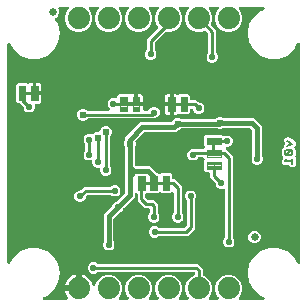
<source format=gbl>
G04 EAGLE Gerber RS-274X export*
G75*
%MOMM*%
%FSLAX34Y34*%
%LPD*%
%INBottom Copper*%
%IPPOS*%
%AMOC8*
5,1,8,0,0,1.08239X$1,22.5*%
G01*
%ADD10C,0.177800*%
%ADD11C,0.099059*%
%ADD12C,1.879600*%
%ADD13C,0.635000*%
%ADD14C,0.554000*%
%ADD15C,0.558800*%
%ADD16C,0.254000*%
%ADD17C,0.604000*%
%ADD18C,0.406400*%

G36*
X53303Y3054D02*
X53303Y3054D01*
X53343Y3051D01*
X53461Y3074D01*
X53579Y3089D01*
X53617Y3103D01*
X53656Y3111D01*
X53764Y3162D01*
X53875Y3206D01*
X53907Y3229D01*
X53943Y3246D01*
X54036Y3322D01*
X54133Y3392D01*
X54158Y3423D01*
X54189Y3448D01*
X54259Y3545D01*
X54335Y3637D01*
X54352Y3673D01*
X54376Y3706D01*
X54420Y3817D01*
X54471Y3925D01*
X54478Y3964D01*
X54493Y4001D01*
X54508Y4120D01*
X54531Y4237D01*
X54528Y4277D01*
X54533Y4317D01*
X54518Y4435D01*
X54511Y4555D01*
X54499Y4593D01*
X54494Y4632D01*
X54450Y4743D01*
X54413Y4857D01*
X54392Y4891D01*
X54377Y4928D01*
X54291Y5064D01*
X53289Y6443D01*
X52436Y8117D01*
X51855Y9904D01*
X51815Y10161D01*
X62230Y10161D01*
X62348Y10176D01*
X62467Y10183D01*
X62505Y10196D01*
X62545Y10201D01*
X62656Y10244D01*
X62769Y10281D01*
X62803Y10303D01*
X62841Y10318D01*
X62937Y10388D01*
X63038Y10451D01*
X63066Y10481D01*
X63098Y10504D01*
X63174Y10596D01*
X63256Y10683D01*
X63275Y10718D01*
X63301Y10749D01*
X63352Y10857D01*
X63409Y10961D01*
X63420Y11001D01*
X63437Y11037D01*
X63459Y11154D01*
X63489Y11269D01*
X63493Y11330D01*
X63497Y11350D01*
X63495Y11370D01*
X63499Y11430D01*
X63499Y12701D01*
X64770Y12701D01*
X64888Y12716D01*
X65007Y12723D01*
X65045Y12736D01*
X65085Y12741D01*
X65196Y12785D01*
X65309Y12821D01*
X65344Y12843D01*
X65381Y12858D01*
X65477Y12928D01*
X65578Y12991D01*
X65606Y13021D01*
X65639Y13045D01*
X65714Y13136D01*
X65796Y13223D01*
X65816Y13258D01*
X65841Y13290D01*
X65892Y13397D01*
X65950Y13502D01*
X65960Y13541D01*
X65977Y13577D01*
X65999Y13694D01*
X66029Y13809D01*
X66033Y13870D01*
X66037Y13890D01*
X66035Y13910D01*
X66039Y13970D01*
X66039Y24385D01*
X66296Y24345D01*
X68083Y23764D01*
X69757Y22911D01*
X71278Y21806D01*
X72606Y20478D01*
X73711Y18957D01*
X74564Y17283D01*
X75154Y15466D01*
X75179Y15380D01*
X75210Y15254D01*
X75224Y15227D01*
X75232Y15198D01*
X75298Y15087D01*
X75358Y14973D01*
X75379Y14950D01*
X75394Y14924D01*
X75485Y14833D01*
X75572Y14737D01*
X75597Y14721D01*
X75619Y14700D01*
X75730Y14634D01*
X75838Y14563D01*
X75867Y14553D01*
X75892Y14537D01*
X76016Y14501D01*
X76139Y14459D01*
X76169Y14457D01*
X76198Y14449D01*
X76327Y14444D01*
X76456Y14434D01*
X76486Y14439D01*
X76516Y14438D01*
X76642Y14466D01*
X76769Y14489D01*
X76797Y14501D01*
X76826Y14507D01*
X76941Y14566D01*
X77059Y14619D01*
X77083Y14638D01*
X77110Y14652D01*
X77206Y14737D01*
X77308Y14818D01*
X77326Y14842D01*
X77348Y14862D01*
X77421Y14968D01*
X77499Y15072D01*
X77518Y15110D01*
X77527Y15124D01*
X77535Y15145D01*
X77570Y15216D01*
X79209Y19175D01*
X82425Y22391D01*
X86626Y24131D01*
X91174Y24131D01*
X95375Y22391D01*
X98591Y19175D01*
X100331Y14974D01*
X100331Y10426D01*
X98591Y6225D01*
X97581Y5215D01*
X97496Y5106D01*
X97407Y4999D01*
X97398Y4980D01*
X97386Y4964D01*
X97331Y4837D01*
X97272Y4711D01*
X97268Y4691D01*
X97260Y4672D01*
X97238Y4534D01*
X97212Y4398D01*
X97213Y4378D01*
X97210Y4358D01*
X97223Y4219D01*
X97232Y4081D01*
X97238Y4062D01*
X97240Y4042D01*
X97287Y3910D01*
X97330Y3779D01*
X97340Y3761D01*
X97347Y3742D01*
X97425Y3627D01*
X97500Y3510D01*
X97514Y3496D01*
X97526Y3479D01*
X97630Y3387D01*
X97731Y3292D01*
X97749Y3282D01*
X97764Y3269D01*
X97888Y3206D01*
X98010Y3138D01*
X98029Y3133D01*
X98047Y3124D01*
X98183Y3094D01*
X98318Y3059D01*
X98346Y3057D01*
X98358Y3054D01*
X98378Y3055D01*
X98478Y3049D01*
X104722Y3049D01*
X104860Y3066D01*
X104998Y3079D01*
X105017Y3086D01*
X105037Y3089D01*
X105166Y3140D01*
X105297Y3187D01*
X105314Y3198D01*
X105333Y3206D01*
X105445Y3287D01*
X105560Y3365D01*
X105574Y3381D01*
X105590Y3392D01*
X105679Y3500D01*
X105771Y3604D01*
X105780Y3622D01*
X105793Y3637D01*
X105852Y3763D01*
X105915Y3887D01*
X105920Y3907D01*
X105928Y3925D01*
X105955Y4062D01*
X105985Y4197D01*
X105984Y4218D01*
X105988Y4237D01*
X105980Y4376D01*
X105975Y4515D01*
X105970Y4535D01*
X105968Y4555D01*
X105926Y4687D01*
X105887Y4821D01*
X105877Y4838D01*
X105870Y4857D01*
X105796Y4975D01*
X105725Y5095D01*
X105707Y5116D01*
X105700Y5126D01*
X105685Y5140D01*
X105619Y5215D01*
X104609Y6225D01*
X102869Y10426D01*
X102869Y14974D01*
X104609Y19175D01*
X107825Y22391D01*
X112026Y24131D01*
X116574Y24131D01*
X120775Y22391D01*
X123991Y19175D01*
X125731Y14974D01*
X125731Y10426D01*
X123991Y6225D01*
X122981Y5215D01*
X122896Y5106D01*
X122807Y4999D01*
X122798Y4980D01*
X122786Y4964D01*
X122731Y4837D01*
X122672Y4711D01*
X122668Y4691D01*
X122660Y4672D01*
X122638Y4534D01*
X122612Y4398D01*
X122613Y4378D01*
X122610Y4358D01*
X122623Y4219D01*
X122632Y4081D01*
X122638Y4062D01*
X122640Y4042D01*
X122687Y3910D01*
X122730Y3779D01*
X122740Y3761D01*
X122747Y3742D01*
X122825Y3627D01*
X122900Y3510D01*
X122914Y3496D01*
X122926Y3479D01*
X123030Y3387D01*
X123131Y3292D01*
X123149Y3282D01*
X123164Y3269D01*
X123288Y3206D01*
X123410Y3138D01*
X123429Y3133D01*
X123447Y3124D01*
X123583Y3094D01*
X123718Y3059D01*
X123746Y3057D01*
X123758Y3054D01*
X123778Y3055D01*
X123878Y3049D01*
X130122Y3049D01*
X130260Y3066D01*
X130398Y3079D01*
X130417Y3086D01*
X130437Y3089D01*
X130566Y3140D01*
X130697Y3187D01*
X130714Y3198D01*
X130733Y3206D01*
X130845Y3287D01*
X130960Y3365D01*
X130974Y3381D01*
X130990Y3392D01*
X131079Y3500D01*
X131171Y3604D01*
X131180Y3622D01*
X131193Y3637D01*
X131252Y3763D01*
X131315Y3887D01*
X131320Y3907D01*
X131328Y3925D01*
X131355Y4062D01*
X131385Y4197D01*
X131384Y4218D01*
X131388Y4237D01*
X131380Y4376D01*
X131375Y4515D01*
X131370Y4535D01*
X131368Y4555D01*
X131326Y4687D01*
X131287Y4821D01*
X131277Y4838D01*
X131270Y4857D01*
X131196Y4975D01*
X131125Y5095D01*
X131107Y5116D01*
X131100Y5126D01*
X131085Y5140D01*
X131019Y5215D01*
X130009Y6225D01*
X128269Y10426D01*
X128269Y14974D01*
X130009Y19175D01*
X133225Y22391D01*
X137426Y24131D01*
X141974Y24131D01*
X146175Y22391D01*
X149391Y19175D01*
X151131Y14974D01*
X151131Y10426D01*
X149391Y6225D01*
X148381Y5215D01*
X148296Y5106D01*
X148207Y4999D01*
X148198Y4980D01*
X148186Y4964D01*
X148131Y4837D01*
X148072Y4711D01*
X148068Y4691D01*
X148060Y4672D01*
X148038Y4534D01*
X148012Y4398D01*
X148013Y4378D01*
X148010Y4358D01*
X148023Y4219D01*
X148032Y4081D01*
X148038Y4062D01*
X148040Y4042D01*
X148087Y3910D01*
X148130Y3779D01*
X148140Y3761D01*
X148147Y3742D01*
X148225Y3627D01*
X148300Y3510D01*
X148314Y3496D01*
X148326Y3479D01*
X148430Y3387D01*
X148531Y3292D01*
X148549Y3282D01*
X148564Y3269D01*
X148688Y3206D01*
X148810Y3138D01*
X148829Y3133D01*
X148847Y3124D01*
X148983Y3094D01*
X149118Y3059D01*
X149146Y3057D01*
X149158Y3054D01*
X149178Y3055D01*
X149278Y3049D01*
X155522Y3049D01*
X155660Y3066D01*
X155798Y3079D01*
X155817Y3086D01*
X155837Y3089D01*
X155966Y3140D01*
X156097Y3187D01*
X156114Y3198D01*
X156133Y3206D01*
X156245Y3287D01*
X156360Y3365D01*
X156374Y3381D01*
X156390Y3392D01*
X156479Y3500D01*
X156571Y3604D01*
X156580Y3622D01*
X156593Y3637D01*
X156652Y3763D01*
X156715Y3887D01*
X156720Y3907D01*
X156728Y3925D01*
X156755Y4062D01*
X156785Y4197D01*
X156784Y4218D01*
X156788Y4237D01*
X156780Y4376D01*
X156775Y4515D01*
X156770Y4535D01*
X156768Y4555D01*
X156726Y4687D01*
X156687Y4821D01*
X156677Y4838D01*
X156670Y4857D01*
X156596Y4975D01*
X156525Y5095D01*
X156507Y5116D01*
X156500Y5126D01*
X156485Y5140D01*
X156419Y5215D01*
X155409Y6225D01*
X153669Y10426D01*
X153669Y14974D01*
X155409Y19175D01*
X158625Y22391D01*
X161014Y23380D01*
X161039Y23395D01*
X161067Y23404D01*
X161177Y23473D01*
X161290Y23537D01*
X161311Y23558D01*
X161336Y23574D01*
X161425Y23668D01*
X161518Y23759D01*
X161534Y23784D01*
X161554Y23805D01*
X161617Y23919D01*
X161685Y24030D01*
X161693Y24058D01*
X161708Y24084D01*
X161740Y24210D01*
X161778Y24334D01*
X161780Y24363D01*
X161787Y24392D01*
X161797Y24553D01*
X161797Y25400D01*
X161782Y25518D01*
X161775Y25637D01*
X161762Y25675D01*
X161757Y25716D01*
X161714Y25826D01*
X161677Y25939D01*
X161655Y25974D01*
X161640Y26011D01*
X161571Y26107D01*
X161507Y26208D01*
X161477Y26236D01*
X161454Y26269D01*
X161362Y26345D01*
X161275Y26426D01*
X161240Y26446D01*
X161209Y26471D01*
X161101Y26522D01*
X160997Y26580D01*
X160957Y26590D01*
X160921Y26607D01*
X160804Y26629D01*
X160689Y26659D01*
X160629Y26663D01*
X160609Y26667D01*
X160588Y26665D01*
X160528Y26669D01*
X79961Y26669D01*
X79863Y26657D01*
X79764Y26654D01*
X79706Y26637D01*
X79646Y26629D01*
X79553Y26593D01*
X79458Y26565D01*
X79406Y26535D01*
X79350Y26512D01*
X79270Y26454D01*
X79184Y26404D01*
X79109Y26338D01*
X79093Y26326D01*
X79085Y26316D01*
X79064Y26298D01*
X78667Y25900D01*
X76901Y25169D01*
X74991Y25169D01*
X73225Y25900D01*
X71874Y27251D01*
X71143Y29017D01*
X71143Y30927D01*
X71874Y32693D01*
X73225Y34044D01*
X74991Y34775D01*
X76901Y34775D01*
X78667Y34044D01*
X79064Y33646D01*
X79142Y33586D01*
X79214Y33518D01*
X79267Y33489D01*
X79315Y33452D01*
X79406Y33412D01*
X79492Y33364D01*
X79551Y33349D01*
X79607Y33325D01*
X79705Y33310D01*
X79800Y33285D01*
X79900Y33279D01*
X79921Y33275D01*
X79933Y33277D01*
X79961Y33275D01*
X164436Y33275D01*
X168403Y29308D01*
X168403Y24553D01*
X168406Y24523D01*
X168404Y24494D01*
X168426Y24365D01*
X168443Y24237D01*
X168453Y24210D01*
X168458Y24181D01*
X168512Y24062D01*
X168560Y23941D01*
X168577Y23917D01*
X168589Y23891D01*
X168670Y23789D01*
X168746Y23684D01*
X168769Y23665D01*
X168788Y23642D01*
X168891Y23564D01*
X168991Y23481D01*
X169018Y23469D01*
X169042Y23451D01*
X169186Y23380D01*
X171575Y22391D01*
X174791Y19175D01*
X176531Y14974D01*
X176531Y10426D01*
X174791Y6225D01*
X173781Y5215D01*
X173696Y5106D01*
X173607Y4999D01*
X173598Y4980D01*
X173586Y4964D01*
X173531Y4837D01*
X173472Y4711D01*
X173468Y4691D01*
X173460Y4672D01*
X173438Y4534D01*
X173412Y4398D01*
X173413Y4378D01*
X173410Y4358D01*
X173423Y4219D01*
X173432Y4081D01*
X173438Y4062D01*
X173440Y4042D01*
X173487Y3910D01*
X173530Y3779D01*
X173540Y3761D01*
X173547Y3742D01*
X173625Y3627D01*
X173700Y3510D01*
X173714Y3496D01*
X173726Y3479D01*
X173830Y3387D01*
X173931Y3292D01*
X173949Y3282D01*
X173964Y3269D01*
X174088Y3206D01*
X174210Y3138D01*
X174229Y3133D01*
X174247Y3124D01*
X174383Y3094D01*
X174518Y3059D01*
X174546Y3057D01*
X174558Y3054D01*
X174578Y3055D01*
X174678Y3049D01*
X180922Y3049D01*
X181060Y3066D01*
X181198Y3079D01*
X181217Y3086D01*
X181237Y3089D01*
X181366Y3140D01*
X181497Y3187D01*
X181514Y3198D01*
X181533Y3206D01*
X181645Y3287D01*
X181760Y3365D01*
X181774Y3381D01*
X181790Y3392D01*
X181879Y3500D01*
X181971Y3604D01*
X181980Y3622D01*
X181993Y3637D01*
X182052Y3763D01*
X182115Y3887D01*
X182120Y3907D01*
X182128Y3925D01*
X182155Y4062D01*
X182185Y4197D01*
X182184Y4218D01*
X182188Y4237D01*
X182180Y4376D01*
X182175Y4515D01*
X182170Y4535D01*
X182168Y4555D01*
X182126Y4687D01*
X182087Y4821D01*
X182077Y4838D01*
X182070Y4857D01*
X181996Y4975D01*
X181925Y5095D01*
X181907Y5116D01*
X181900Y5126D01*
X181885Y5140D01*
X181819Y5215D01*
X180809Y6225D01*
X179069Y10426D01*
X179069Y14974D01*
X180809Y19175D01*
X184025Y22391D01*
X188226Y24131D01*
X192774Y24131D01*
X196975Y22391D01*
X200191Y19175D01*
X201931Y14974D01*
X201931Y10426D01*
X200191Y6225D01*
X199181Y5215D01*
X199096Y5106D01*
X199007Y4999D01*
X198998Y4980D01*
X198986Y4964D01*
X198931Y4837D01*
X198872Y4711D01*
X198868Y4691D01*
X198860Y4672D01*
X198838Y4534D01*
X198812Y4398D01*
X198813Y4378D01*
X198810Y4358D01*
X198823Y4219D01*
X198832Y4081D01*
X198838Y4062D01*
X198840Y4042D01*
X198887Y3910D01*
X198930Y3779D01*
X198940Y3761D01*
X198947Y3742D01*
X199025Y3627D01*
X199100Y3510D01*
X199114Y3496D01*
X199126Y3479D01*
X199230Y3387D01*
X199331Y3292D01*
X199349Y3282D01*
X199364Y3269D01*
X199488Y3206D01*
X199610Y3138D01*
X199629Y3133D01*
X199647Y3124D01*
X199783Y3094D01*
X199918Y3059D01*
X199946Y3057D01*
X199958Y3054D01*
X199978Y3055D01*
X200078Y3049D01*
X219684Y3049D01*
X219781Y3061D01*
X219878Y3064D01*
X219938Y3081D01*
X220000Y3089D01*
X220090Y3124D01*
X220184Y3151D01*
X220238Y3183D01*
X220296Y3206D01*
X220374Y3263D01*
X220458Y3312D01*
X220502Y3356D01*
X220553Y3392D01*
X220615Y3468D01*
X220684Y3536D01*
X220716Y3589D01*
X220756Y3637D01*
X220797Y3725D01*
X220847Y3809D01*
X220865Y3869D01*
X220891Y3925D01*
X220909Y4021D01*
X220937Y4114D01*
X220939Y4176D01*
X220951Y4237D01*
X220945Y4335D01*
X220948Y4432D01*
X220935Y4493D01*
X220931Y4555D01*
X220901Y4648D01*
X220880Y4743D01*
X220852Y4798D01*
X220833Y4857D01*
X220781Y4940D01*
X220737Y5027D01*
X220696Y5073D01*
X220663Y5126D01*
X220592Y5193D01*
X220528Y5266D01*
X220477Y5301D01*
X220431Y5344D01*
X220346Y5391D01*
X220266Y5446D01*
X220170Y5488D01*
X220153Y5498D01*
X220142Y5500D01*
X220118Y5511D01*
X217638Y6413D01*
X211805Y11308D01*
X207998Y17902D01*
X206676Y25400D01*
X207998Y32898D01*
X211805Y39492D01*
X217638Y44387D01*
X224793Y46991D01*
X232407Y46991D01*
X239562Y44387D01*
X245395Y39492D01*
X248583Y33970D01*
X248671Y33854D01*
X248756Y33736D01*
X248767Y33728D01*
X248775Y33717D01*
X248889Y33627D01*
X249001Y33533D01*
X249014Y33528D01*
X249024Y33519D01*
X249158Y33460D01*
X249289Y33398D01*
X249302Y33395D01*
X249315Y33390D01*
X249459Y33365D01*
X249602Y33338D01*
X249615Y33339D01*
X249628Y33337D01*
X249774Y33349D01*
X249919Y33358D01*
X249932Y33362D01*
X249945Y33363D01*
X250083Y33411D01*
X250221Y33456D01*
X250233Y33463D01*
X250246Y33468D01*
X250367Y33548D01*
X250490Y33626D01*
X250499Y33636D01*
X250511Y33643D01*
X250608Y33751D01*
X250708Y33858D01*
X250715Y33870D01*
X250724Y33880D01*
X250791Y34008D01*
X250862Y34136D01*
X250865Y34149D01*
X250871Y34161D01*
X250905Y34303D01*
X250941Y34444D01*
X250942Y34462D01*
X250944Y34471D01*
X250944Y34488D01*
X250951Y34605D01*
X250951Y219395D01*
X250933Y219540D01*
X250918Y219685D01*
X250913Y219697D01*
X250911Y219711D01*
X250858Y219846D01*
X250807Y219983D01*
X250799Y219994D01*
X250794Y220006D01*
X250709Y220124D01*
X250626Y220244D01*
X250615Y220253D01*
X250608Y220264D01*
X250496Y220357D01*
X250385Y220452D01*
X250373Y220458D01*
X250363Y220467D01*
X250231Y220528D01*
X250100Y220594D01*
X250087Y220596D01*
X250075Y220602D01*
X249933Y220629D01*
X249789Y220660D01*
X249776Y220659D01*
X249763Y220662D01*
X249618Y220653D01*
X249472Y220647D01*
X249459Y220643D01*
X249445Y220642D01*
X249307Y220597D01*
X249167Y220555D01*
X249155Y220548D01*
X249143Y220544D01*
X249020Y220466D01*
X248895Y220391D01*
X248885Y220381D01*
X248874Y220374D01*
X248774Y220268D01*
X248672Y220164D01*
X248662Y220149D01*
X248656Y220142D01*
X248648Y220127D01*
X248583Y220030D01*
X245395Y214508D01*
X239562Y209613D01*
X232407Y207009D01*
X224793Y207009D01*
X217638Y209613D01*
X211805Y214508D01*
X207998Y221102D01*
X206676Y228600D01*
X207998Y236098D01*
X211805Y242692D01*
X217638Y247587D01*
X220118Y248489D01*
X220205Y248534D01*
X220296Y248570D01*
X220346Y248606D01*
X220401Y248635D01*
X220474Y248699D01*
X220553Y248756D01*
X220593Y248804D01*
X220639Y248846D01*
X220694Y248926D01*
X220756Y249001D01*
X220782Y249058D01*
X220817Y249109D01*
X220850Y249201D01*
X220891Y249289D01*
X220903Y249350D01*
X220924Y249409D01*
X220933Y249506D01*
X220951Y249602D01*
X220947Y249664D01*
X220953Y249726D01*
X220937Y249822D01*
X220931Y249919D01*
X220912Y249978D01*
X220902Y250040D01*
X220863Y250129D01*
X220833Y250221D01*
X220800Y250274D01*
X220775Y250331D01*
X220715Y250408D01*
X220663Y250490D01*
X220618Y250533D01*
X220579Y250582D01*
X220502Y250641D01*
X220431Y250708D01*
X220377Y250738D01*
X220328Y250776D01*
X220238Y250815D01*
X220153Y250862D01*
X220093Y250877D01*
X220035Y250902D01*
X219939Y250917D01*
X219845Y250941D01*
X219741Y250948D01*
X219721Y250951D01*
X219710Y250950D01*
X219684Y250951D01*
X200078Y250951D01*
X199940Y250934D01*
X199802Y250921D01*
X199783Y250914D01*
X199763Y250911D01*
X199634Y250860D01*
X199503Y250813D01*
X199486Y250802D01*
X199467Y250794D01*
X199355Y250713D01*
X199240Y250635D01*
X199226Y250619D01*
X199210Y250608D01*
X199121Y250500D01*
X199029Y250396D01*
X199020Y250378D01*
X199007Y250363D01*
X198948Y250237D01*
X198885Y250113D01*
X198880Y250093D01*
X198872Y250075D01*
X198845Y249938D01*
X198815Y249803D01*
X198816Y249782D01*
X198812Y249763D01*
X198820Y249624D01*
X198825Y249485D01*
X198830Y249465D01*
X198832Y249445D01*
X198874Y249313D01*
X198913Y249179D01*
X198923Y249162D01*
X198930Y249143D01*
X199004Y249025D01*
X199075Y248905D01*
X199093Y248884D01*
X199100Y248874D01*
X199115Y248860D01*
X199181Y248785D01*
X200191Y247775D01*
X201931Y243574D01*
X201931Y239026D01*
X200191Y234825D01*
X196975Y231609D01*
X192774Y229869D01*
X188226Y229869D01*
X184025Y231609D01*
X180809Y234825D01*
X179069Y239026D01*
X179069Y243574D01*
X180809Y247775D01*
X181819Y248785D01*
X181904Y248894D01*
X181993Y249001D01*
X182002Y249020D01*
X182014Y249036D01*
X182069Y249163D01*
X182128Y249289D01*
X182132Y249309D01*
X182140Y249328D01*
X182162Y249466D01*
X182188Y249602D01*
X182187Y249622D01*
X182190Y249642D01*
X182177Y249781D01*
X182168Y249919D01*
X182162Y249938D01*
X182160Y249958D01*
X182113Y250090D01*
X182070Y250221D01*
X182060Y250239D01*
X182053Y250258D01*
X181975Y250373D01*
X181900Y250490D01*
X181886Y250504D01*
X181874Y250521D01*
X181770Y250613D01*
X181669Y250708D01*
X181651Y250718D01*
X181636Y250731D01*
X181512Y250794D01*
X181390Y250862D01*
X181371Y250867D01*
X181353Y250876D01*
X181217Y250906D01*
X181082Y250941D01*
X181054Y250943D01*
X181042Y250946D01*
X181022Y250945D01*
X180922Y250951D01*
X174678Y250951D01*
X174540Y250934D01*
X174402Y250921D01*
X174383Y250914D01*
X174363Y250911D01*
X174234Y250860D01*
X174103Y250813D01*
X174086Y250802D01*
X174067Y250794D01*
X173955Y250713D01*
X173840Y250635D01*
X173826Y250619D01*
X173810Y250608D01*
X173721Y250500D01*
X173629Y250396D01*
X173620Y250378D01*
X173607Y250363D01*
X173548Y250237D01*
X173485Y250113D01*
X173480Y250093D01*
X173472Y250075D01*
X173445Y249938D01*
X173415Y249803D01*
X173416Y249782D01*
X173412Y249763D01*
X173420Y249624D01*
X173425Y249485D01*
X173430Y249465D01*
X173432Y249445D01*
X173474Y249313D01*
X173513Y249179D01*
X173523Y249162D01*
X173530Y249143D01*
X173604Y249025D01*
X173675Y248905D01*
X173693Y248884D01*
X173700Y248874D01*
X173715Y248860D01*
X173781Y248785D01*
X174791Y247775D01*
X176531Y243574D01*
X176531Y239026D01*
X175541Y236638D01*
X175534Y236609D01*
X175520Y236583D01*
X175492Y236456D01*
X175457Y236331D01*
X175457Y236301D01*
X175450Y236272D01*
X175454Y236143D01*
X175452Y236013D01*
X175459Y235984D01*
X175460Y235955D01*
X175496Y235830D01*
X175526Y235704D01*
X175540Y235677D01*
X175548Y235649D01*
X175614Y235537D01*
X175675Y235422D01*
X175695Y235401D01*
X175710Y235375D01*
X175816Y235254D01*
X177526Y233544D01*
X179833Y231238D01*
X179833Y212329D01*
X179845Y212231D01*
X179848Y212132D01*
X179865Y212074D01*
X179873Y212014D01*
X179909Y211921D01*
X179937Y211826D01*
X179967Y211774D01*
X179990Y211718D01*
X180048Y211638D01*
X180098Y211552D01*
X180164Y211477D01*
X180176Y211460D01*
X180186Y211453D01*
X180204Y211432D01*
X180622Y211014D01*
X181357Y209240D01*
X181357Y207320D01*
X180622Y205546D01*
X179264Y204188D01*
X177490Y203453D01*
X175570Y203453D01*
X173796Y204188D01*
X172438Y205546D01*
X171703Y207320D01*
X171703Y209240D01*
X172438Y211014D01*
X172856Y211432D01*
X172916Y211510D01*
X172984Y211582D01*
X173013Y211635D01*
X173050Y211683D01*
X173090Y211774D01*
X173138Y211860D01*
X173153Y211919D01*
X173177Y211975D01*
X173192Y212073D01*
X173217Y212168D01*
X173223Y212268D01*
X173227Y212289D01*
X173225Y212301D01*
X173227Y212329D01*
X173227Y227976D01*
X173215Y228074D01*
X173212Y228173D01*
X173195Y228232D01*
X173187Y228292D01*
X173151Y228384D01*
X173123Y228479D01*
X173093Y228531D01*
X173070Y228587D01*
X173012Y228667D01*
X172962Y228753D01*
X172896Y228828D01*
X172884Y228845D01*
X172874Y228853D01*
X172856Y228874D01*
X171146Y230584D01*
X171122Y230602D01*
X171103Y230624D01*
X170997Y230699D01*
X170894Y230779D01*
X170867Y230790D01*
X170843Y230807D01*
X170722Y230853D01*
X170603Y230905D01*
X170573Y230909D01*
X170546Y230920D01*
X170417Y230934D01*
X170288Y230955D01*
X170259Y230952D01*
X170230Y230955D01*
X170101Y230937D01*
X169972Y230925D01*
X169944Y230915D01*
X169915Y230911D01*
X169762Y230859D01*
X167374Y229869D01*
X162826Y229869D01*
X158625Y231609D01*
X155409Y234825D01*
X153669Y239026D01*
X153669Y243574D01*
X155409Y247775D01*
X156419Y248785D01*
X156504Y248894D01*
X156593Y249001D01*
X156602Y249020D01*
X156614Y249036D01*
X156669Y249163D01*
X156728Y249289D01*
X156732Y249309D01*
X156740Y249328D01*
X156762Y249466D01*
X156788Y249602D01*
X156787Y249622D01*
X156790Y249642D01*
X156777Y249781D01*
X156768Y249919D01*
X156762Y249938D01*
X156760Y249958D01*
X156713Y250090D01*
X156670Y250221D01*
X156660Y250239D01*
X156653Y250258D01*
X156575Y250373D01*
X156500Y250490D01*
X156486Y250504D01*
X156474Y250521D01*
X156370Y250613D01*
X156269Y250708D01*
X156251Y250718D01*
X156236Y250731D01*
X156112Y250794D01*
X155990Y250862D01*
X155971Y250867D01*
X155953Y250876D01*
X155817Y250906D01*
X155682Y250941D01*
X155654Y250943D01*
X155642Y250946D01*
X155622Y250945D01*
X155522Y250951D01*
X149278Y250951D01*
X149140Y250934D01*
X149002Y250921D01*
X148983Y250914D01*
X148963Y250911D01*
X148834Y250860D01*
X148703Y250813D01*
X148686Y250802D01*
X148667Y250794D01*
X148555Y250713D01*
X148440Y250635D01*
X148426Y250619D01*
X148410Y250608D01*
X148321Y250500D01*
X148229Y250396D01*
X148220Y250378D01*
X148207Y250363D01*
X148148Y250237D01*
X148085Y250113D01*
X148080Y250093D01*
X148072Y250075D01*
X148045Y249938D01*
X148015Y249803D01*
X148016Y249782D01*
X148012Y249763D01*
X148020Y249624D01*
X148025Y249485D01*
X148030Y249465D01*
X148032Y249445D01*
X148074Y249313D01*
X148113Y249179D01*
X148123Y249162D01*
X148130Y249143D01*
X148204Y249025D01*
X148275Y248905D01*
X148293Y248884D01*
X148300Y248874D01*
X148315Y248860D01*
X148381Y248785D01*
X149391Y247775D01*
X151131Y243574D01*
X151131Y239026D01*
X149391Y234825D01*
X146175Y231609D01*
X141974Y229869D01*
X137276Y229869D01*
X137178Y229857D01*
X137079Y229854D01*
X137020Y229837D01*
X136960Y229829D01*
X136868Y229793D01*
X136773Y229765D01*
X136721Y229735D01*
X136665Y229712D01*
X136585Y229654D01*
X136499Y229604D01*
X136424Y229538D01*
X136407Y229526D01*
X136399Y229516D01*
X136378Y229498D01*
X128134Y221254D01*
X128074Y221175D01*
X128006Y221103D01*
X127977Y221050D01*
X127940Y221002D01*
X127900Y220911D01*
X127852Y220825D01*
X127837Y220766D01*
X127813Y220711D01*
X127798Y220613D01*
X127773Y220517D01*
X127767Y220417D01*
X127763Y220397D01*
X127765Y220384D01*
X127763Y220356D01*
X127763Y214869D01*
X127775Y214771D01*
X127778Y214672D01*
X127795Y214614D01*
X127803Y214554D01*
X127839Y214461D01*
X127867Y214366D01*
X127897Y214314D01*
X127920Y214258D01*
X127978Y214178D01*
X128028Y214092D01*
X128094Y214017D01*
X128106Y214000D01*
X128116Y213993D01*
X128134Y213972D01*
X128552Y213554D01*
X129287Y211780D01*
X129287Y209860D01*
X128552Y208086D01*
X127194Y206728D01*
X125420Y205993D01*
X123500Y205993D01*
X121726Y206728D01*
X120368Y208086D01*
X119633Y209860D01*
X119633Y211780D01*
X120368Y213554D01*
X120786Y213972D01*
X120846Y214050D01*
X120914Y214122D01*
X120943Y214175D01*
X120980Y214223D01*
X121020Y214314D01*
X121068Y214400D01*
X121083Y214459D01*
X121107Y214515D01*
X121122Y214613D01*
X121147Y214708D01*
X121153Y214808D01*
X121157Y214829D01*
X121155Y214841D01*
X121157Y214869D01*
X121157Y223618D01*
X123463Y225924D01*
X123464Y225924D01*
X130289Y232750D01*
X130362Y232844D01*
X130441Y232933D01*
X130460Y232969D01*
X130484Y233001D01*
X130532Y233111D01*
X130586Y233217D01*
X130595Y233256D01*
X130611Y233293D01*
X130629Y233411D01*
X130655Y233527D01*
X130654Y233567D01*
X130661Y233607D01*
X130649Y233726D01*
X130646Y233845D01*
X130635Y233884D01*
X130631Y233924D01*
X130590Y234036D01*
X130557Y234150D01*
X130537Y234185D01*
X130523Y234223D01*
X130456Y234322D01*
X130396Y234424D01*
X130356Y234470D01*
X130345Y234486D01*
X130329Y234500D01*
X130289Y234545D01*
X130009Y234825D01*
X128269Y239026D01*
X128269Y243574D01*
X130009Y247775D01*
X131019Y248785D01*
X131104Y248894D01*
X131193Y249001D01*
X131202Y249020D01*
X131214Y249036D01*
X131269Y249163D01*
X131328Y249289D01*
X131332Y249309D01*
X131340Y249328D01*
X131362Y249466D01*
X131388Y249602D01*
X131387Y249622D01*
X131390Y249642D01*
X131377Y249781D01*
X131368Y249919D01*
X131362Y249938D01*
X131360Y249958D01*
X131313Y250090D01*
X131270Y250221D01*
X131260Y250239D01*
X131253Y250258D01*
X131175Y250373D01*
X131100Y250490D01*
X131086Y250504D01*
X131074Y250521D01*
X130970Y250613D01*
X130869Y250708D01*
X130851Y250718D01*
X130836Y250731D01*
X130712Y250794D01*
X130590Y250862D01*
X130571Y250867D01*
X130553Y250876D01*
X130417Y250906D01*
X130282Y250941D01*
X130254Y250943D01*
X130242Y250946D01*
X130222Y250945D01*
X130122Y250951D01*
X123878Y250951D01*
X123740Y250934D01*
X123602Y250921D01*
X123583Y250914D01*
X123563Y250911D01*
X123434Y250860D01*
X123303Y250813D01*
X123286Y250802D01*
X123267Y250794D01*
X123155Y250713D01*
X123040Y250635D01*
X123026Y250619D01*
X123010Y250608D01*
X122921Y250500D01*
X122829Y250396D01*
X122820Y250378D01*
X122807Y250363D01*
X122748Y250237D01*
X122685Y250113D01*
X122680Y250093D01*
X122672Y250075D01*
X122645Y249938D01*
X122615Y249803D01*
X122616Y249782D01*
X122612Y249763D01*
X122620Y249624D01*
X122625Y249485D01*
X122630Y249465D01*
X122632Y249445D01*
X122674Y249313D01*
X122713Y249179D01*
X122723Y249162D01*
X122730Y249143D01*
X122804Y249025D01*
X122875Y248905D01*
X122893Y248884D01*
X122900Y248874D01*
X122915Y248860D01*
X122981Y248785D01*
X123991Y247775D01*
X125731Y243574D01*
X125731Y239026D01*
X123991Y234825D01*
X120775Y231609D01*
X116574Y229869D01*
X112026Y229869D01*
X107825Y231609D01*
X104609Y234825D01*
X102869Y239026D01*
X102869Y243574D01*
X104609Y247775D01*
X105619Y248785D01*
X105704Y248894D01*
X105793Y249001D01*
X105802Y249020D01*
X105814Y249036D01*
X105869Y249163D01*
X105928Y249289D01*
X105932Y249309D01*
X105940Y249328D01*
X105962Y249466D01*
X105988Y249602D01*
X105987Y249622D01*
X105990Y249642D01*
X105977Y249781D01*
X105968Y249919D01*
X105962Y249938D01*
X105960Y249958D01*
X105913Y250090D01*
X105870Y250221D01*
X105860Y250239D01*
X105853Y250258D01*
X105775Y250373D01*
X105700Y250490D01*
X105686Y250504D01*
X105674Y250521D01*
X105570Y250613D01*
X105469Y250708D01*
X105451Y250718D01*
X105436Y250731D01*
X105312Y250794D01*
X105190Y250862D01*
X105171Y250867D01*
X105153Y250876D01*
X105017Y250906D01*
X104882Y250941D01*
X104854Y250943D01*
X104842Y250946D01*
X104822Y250945D01*
X104722Y250951D01*
X98478Y250951D01*
X98340Y250934D01*
X98202Y250921D01*
X98183Y250914D01*
X98163Y250911D01*
X98034Y250860D01*
X97903Y250813D01*
X97886Y250802D01*
X97867Y250794D01*
X97755Y250713D01*
X97640Y250635D01*
X97626Y250619D01*
X97610Y250608D01*
X97521Y250500D01*
X97429Y250396D01*
X97420Y250378D01*
X97407Y250363D01*
X97348Y250237D01*
X97285Y250113D01*
X97280Y250093D01*
X97272Y250075D01*
X97245Y249938D01*
X97215Y249803D01*
X97216Y249782D01*
X97212Y249763D01*
X97220Y249624D01*
X97225Y249485D01*
X97230Y249465D01*
X97232Y249445D01*
X97274Y249313D01*
X97313Y249179D01*
X97323Y249162D01*
X97330Y249143D01*
X97404Y249025D01*
X97475Y248905D01*
X97493Y248884D01*
X97500Y248874D01*
X97515Y248860D01*
X97581Y248785D01*
X98591Y247775D01*
X100331Y243574D01*
X100331Y239026D01*
X98591Y234825D01*
X95375Y231609D01*
X91174Y229869D01*
X86626Y229869D01*
X82425Y231609D01*
X79209Y234825D01*
X77469Y239026D01*
X77469Y243574D01*
X79209Y247775D01*
X80219Y248785D01*
X80304Y248894D01*
X80393Y249001D01*
X80402Y249020D01*
X80414Y249036D01*
X80469Y249163D01*
X80528Y249289D01*
X80532Y249309D01*
X80540Y249328D01*
X80562Y249466D01*
X80588Y249602D01*
X80587Y249622D01*
X80590Y249642D01*
X80577Y249781D01*
X80568Y249919D01*
X80562Y249938D01*
X80560Y249958D01*
X80513Y250090D01*
X80470Y250221D01*
X80460Y250239D01*
X80453Y250258D01*
X80375Y250373D01*
X80300Y250490D01*
X80286Y250504D01*
X80274Y250521D01*
X80170Y250613D01*
X80069Y250708D01*
X80051Y250718D01*
X80036Y250731D01*
X79912Y250794D01*
X79790Y250862D01*
X79771Y250867D01*
X79753Y250876D01*
X79617Y250906D01*
X79482Y250941D01*
X79454Y250943D01*
X79442Y250946D01*
X79422Y250945D01*
X79322Y250951D01*
X73078Y250951D01*
X72940Y250934D01*
X72802Y250921D01*
X72783Y250914D01*
X72763Y250911D01*
X72634Y250860D01*
X72503Y250813D01*
X72486Y250802D01*
X72467Y250794D01*
X72355Y250713D01*
X72240Y250635D01*
X72226Y250619D01*
X72210Y250608D01*
X72121Y250500D01*
X72029Y250396D01*
X72020Y250378D01*
X72007Y250363D01*
X71948Y250237D01*
X71885Y250113D01*
X71880Y250093D01*
X71872Y250075D01*
X71845Y249938D01*
X71815Y249803D01*
X71816Y249782D01*
X71812Y249763D01*
X71820Y249624D01*
X71825Y249485D01*
X71830Y249465D01*
X71832Y249445D01*
X71874Y249313D01*
X71913Y249179D01*
X71923Y249162D01*
X71930Y249143D01*
X72004Y249025D01*
X72075Y248905D01*
X72093Y248884D01*
X72100Y248874D01*
X72115Y248860D01*
X72181Y248785D01*
X73191Y247775D01*
X74931Y243574D01*
X74931Y239026D01*
X73191Y234825D01*
X69975Y231609D01*
X65774Y229869D01*
X61226Y229869D01*
X57025Y231609D01*
X53809Y234825D01*
X52069Y239026D01*
X52069Y243574D01*
X53809Y247775D01*
X54819Y248785D01*
X54904Y248894D01*
X54993Y249001D01*
X55002Y249020D01*
X55014Y249036D01*
X55069Y249163D01*
X55128Y249289D01*
X55132Y249309D01*
X55140Y249328D01*
X55162Y249466D01*
X55188Y249602D01*
X55187Y249622D01*
X55190Y249642D01*
X55177Y249781D01*
X55168Y249919D01*
X55162Y249938D01*
X55160Y249958D01*
X55113Y250090D01*
X55070Y250221D01*
X55060Y250239D01*
X55053Y250258D01*
X54975Y250373D01*
X54900Y250490D01*
X54886Y250504D01*
X54874Y250521D01*
X54770Y250613D01*
X54669Y250708D01*
X54651Y250718D01*
X54636Y250731D01*
X54512Y250794D01*
X54390Y250862D01*
X54371Y250867D01*
X54353Y250876D01*
X54217Y250906D01*
X54082Y250941D01*
X54054Y250943D01*
X54042Y250946D01*
X54022Y250945D01*
X53922Y250951D01*
X47553Y250951D01*
X47504Y250945D01*
X47454Y250947D01*
X47347Y250925D01*
X47237Y250911D01*
X47191Y250893D01*
X47143Y250883D01*
X47044Y250835D01*
X46942Y250794D01*
X46902Y250765D01*
X46857Y250743D01*
X46773Y250672D01*
X46684Y250608D01*
X46653Y250569D01*
X46615Y250537D01*
X46552Y250447D01*
X46482Y250363D01*
X46460Y250318D01*
X46432Y250277D01*
X46393Y250174D01*
X46346Y250075D01*
X46337Y250026D01*
X46319Y249980D01*
X46307Y249870D01*
X46286Y249763D01*
X46289Y249713D01*
X46284Y249664D01*
X46299Y249555D01*
X46306Y249445D01*
X46321Y249398D01*
X46328Y249349D01*
X46380Y249196D01*
X47118Y247416D01*
X47118Y245344D01*
X46325Y243430D01*
X44860Y241965D01*
X44385Y241768D01*
X44348Y241747D01*
X44307Y241733D01*
X44210Y241668D01*
X44109Y241611D01*
X44078Y241581D01*
X44042Y241557D01*
X43964Y241470D01*
X43880Y241390D01*
X43858Y241353D01*
X43829Y241321D01*
X43775Y241218D01*
X43714Y241118D01*
X43701Y241077D01*
X43681Y241039D01*
X43655Y240926D01*
X43620Y240815D01*
X43618Y240772D01*
X43609Y240730D01*
X43611Y240613D01*
X43605Y240497D01*
X43614Y240455D01*
X43615Y240412D01*
X43646Y240300D01*
X43670Y240185D01*
X43688Y240147D01*
X43700Y240105D01*
X43771Y239961D01*
X46002Y236098D01*
X47324Y228600D01*
X46002Y221102D01*
X42195Y214508D01*
X36362Y209613D01*
X29207Y207009D01*
X21593Y207009D01*
X14438Y209613D01*
X8605Y214508D01*
X5417Y220030D01*
X5329Y220146D01*
X5244Y220264D01*
X5233Y220272D01*
X5225Y220283D01*
X5111Y220373D01*
X4999Y220467D01*
X4986Y220472D01*
X4976Y220481D01*
X4842Y220540D01*
X4711Y220602D01*
X4698Y220605D01*
X4685Y220610D01*
X4541Y220635D01*
X4398Y220662D01*
X4385Y220661D01*
X4372Y220663D01*
X4226Y220651D01*
X4081Y220642D01*
X4068Y220638D01*
X4055Y220637D01*
X3917Y220589D01*
X3779Y220544D01*
X3767Y220537D01*
X3754Y220532D01*
X3633Y220452D01*
X3510Y220374D01*
X3501Y220364D01*
X3489Y220357D01*
X3392Y220249D01*
X3292Y220142D01*
X3285Y220130D01*
X3276Y220120D01*
X3209Y219992D01*
X3138Y219864D01*
X3135Y219851D01*
X3129Y219839D01*
X3095Y219697D01*
X3059Y219556D01*
X3058Y219538D01*
X3056Y219529D01*
X3056Y219512D01*
X3049Y219395D01*
X3049Y34605D01*
X3067Y34460D01*
X3082Y34315D01*
X3087Y34303D01*
X3089Y34289D01*
X3142Y34154D01*
X3193Y34017D01*
X3201Y34006D01*
X3206Y33994D01*
X3291Y33876D01*
X3374Y33756D01*
X3385Y33747D01*
X3392Y33736D01*
X3505Y33643D01*
X3615Y33548D01*
X3627Y33542D01*
X3637Y33533D01*
X3769Y33472D01*
X3900Y33406D01*
X3913Y33404D01*
X3925Y33398D01*
X4067Y33371D01*
X4211Y33340D01*
X4224Y33341D01*
X4237Y33338D01*
X4382Y33347D01*
X4528Y33353D01*
X4541Y33357D01*
X4555Y33358D01*
X4693Y33403D01*
X4833Y33445D01*
X4845Y33452D01*
X4857Y33456D01*
X4980Y33534D01*
X5105Y33609D01*
X5115Y33619D01*
X5126Y33626D01*
X5226Y33732D01*
X5328Y33836D01*
X5338Y33851D01*
X5344Y33858D01*
X5352Y33873D01*
X5417Y33970D01*
X8605Y39492D01*
X14438Y44387D01*
X21593Y46991D01*
X29207Y46991D01*
X36362Y44387D01*
X42195Y39492D01*
X46002Y32898D01*
X47324Y25400D01*
X46002Y17902D01*
X42195Y11308D01*
X36362Y6413D01*
X33882Y5511D01*
X33795Y5466D01*
X33704Y5430D01*
X33654Y5394D01*
X33599Y5365D01*
X33526Y5301D01*
X33447Y5244D01*
X33407Y5196D01*
X33361Y5154D01*
X33306Y5074D01*
X33244Y4999D01*
X33218Y4942D01*
X33183Y4891D01*
X33150Y4799D01*
X33109Y4711D01*
X33097Y4650D01*
X33076Y4591D01*
X33067Y4494D01*
X33049Y4398D01*
X33053Y4336D01*
X33047Y4274D01*
X33063Y4178D01*
X33069Y4081D01*
X33088Y4022D01*
X33098Y3960D01*
X33137Y3871D01*
X33167Y3779D01*
X33200Y3726D01*
X33225Y3669D01*
X33285Y3592D01*
X33337Y3510D01*
X33382Y3467D01*
X33421Y3418D01*
X33498Y3359D01*
X33569Y3292D01*
X33623Y3262D01*
X33672Y3224D01*
X33762Y3185D01*
X33847Y3138D01*
X33907Y3123D01*
X33965Y3098D01*
X34061Y3083D01*
X34155Y3059D01*
X34259Y3052D01*
X34279Y3049D01*
X34290Y3050D01*
X34316Y3049D01*
X53264Y3049D01*
X53303Y3054D01*
G37*
%LPC*%
G36*
X87916Y44699D02*
X87916Y44699D01*
X86151Y45430D01*
X84800Y46781D01*
X84069Y48546D01*
X84069Y50457D01*
X84710Y52006D01*
X84713Y52015D01*
X84717Y52023D01*
X84755Y52168D01*
X84794Y52312D01*
X84795Y52322D01*
X84797Y52331D01*
X84807Y52491D01*
X84807Y75315D01*
X91532Y82040D01*
X91538Y82048D01*
X91545Y82053D01*
X91634Y82172D01*
X91727Y82292D01*
X91731Y82300D01*
X91736Y82308D01*
X91807Y82452D01*
X92448Y84001D01*
X93799Y85352D01*
X95348Y85993D01*
X95356Y85998D01*
X95365Y86000D01*
X95494Y86076D01*
X95624Y86150D01*
X95631Y86157D01*
X95639Y86162D01*
X95760Y86268D01*
X102244Y92752D01*
X102304Y92830D01*
X102372Y92902D01*
X102401Y92955D01*
X102438Y93003D01*
X102478Y93094D01*
X102526Y93181D01*
X102541Y93239D01*
X102565Y93295D01*
X102580Y93393D01*
X102605Y93489D01*
X102611Y93589D01*
X102615Y93609D01*
X102613Y93621D01*
X102615Y93649D01*
X102615Y131707D01*
X102614Y131716D01*
X102615Y131725D01*
X102594Y131874D01*
X102575Y132023D01*
X102572Y132031D01*
X102571Y132040D01*
X102519Y132193D01*
X101747Y134055D01*
X101747Y136065D01*
X102519Y137927D01*
X102521Y137936D01*
X102526Y137944D01*
X102563Y138089D01*
X102603Y138234D01*
X102603Y138243D01*
X102605Y138252D01*
X102615Y138413D01*
X102615Y140114D01*
X115664Y153163D01*
X141424Y153163D01*
X141453Y153166D01*
X141483Y153164D01*
X141611Y153186D01*
X141740Y153203D01*
X141767Y153213D01*
X141796Y153218D01*
X141914Y153272D01*
X142035Y153320D01*
X142059Y153337D01*
X142086Y153349D01*
X142187Y153430D01*
X142293Y153506D01*
X142311Y153529D01*
X142334Y153548D01*
X142412Y153651D01*
X142495Y153751D01*
X142508Y153778D01*
X142526Y153802D01*
X142597Y153946D01*
X143036Y155008D01*
X144458Y156430D01*
X146058Y157092D01*
X146125Y157130D01*
X146196Y157159D01*
X146255Y157203D01*
X146330Y157199D01*
X148325Y157199D01*
X150277Y156390D01*
X150280Y156388D01*
X150371Y156348D01*
X150458Y156300D01*
X150517Y156285D01*
X150572Y156261D01*
X150670Y156246D01*
X150766Y156221D01*
X150866Y156215D01*
X150886Y156211D01*
X150899Y156213D01*
X150927Y156211D01*
X179019Y156211D01*
X179118Y156223D01*
X179217Y156226D01*
X179275Y156243D01*
X179335Y156251D01*
X179427Y156287D01*
X179522Y156315D01*
X179574Y156345D01*
X179631Y156368D01*
X179711Y156426D01*
X179796Y156476D01*
X179871Y156542D01*
X179888Y156554D01*
X179896Y156564D01*
X179917Y156582D01*
X180018Y156684D01*
X181875Y157453D01*
X183885Y157453D01*
X185837Y156644D01*
X185840Y156642D01*
X185931Y156602D01*
X186018Y156554D01*
X186077Y156539D01*
X186132Y156515D01*
X186230Y156500D01*
X186326Y156475D01*
X186426Y156469D01*
X186446Y156465D01*
X186459Y156467D01*
X186487Y156465D01*
X211996Y156465D01*
X218695Y149766D01*
X218695Y124909D01*
X218696Y124900D01*
X218695Y124891D01*
X218716Y124742D01*
X218719Y124721D01*
X218722Y124660D01*
X218729Y124640D01*
X218735Y124594D01*
X218738Y124585D01*
X218739Y124576D01*
X218791Y124424D01*
X219433Y122875D01*
X219433Y120965D01*
X218702Y119199D01*
X217351Y117848D01*
X215585Y117117D01*
X213675Y117117D01*
X211909Y117848D01*
X210558Y119199D01*
X209827Y120965D01*
X209827Y122875D01*
X210469Y124424D01*
X210471Y124433D01*
X210476Y124441D01*
X210485Y124477D01*
X210498Y124504D01*
X210514Y124590D01*
X210553Y124731D01*
X210553Y124740D01*
X210555Y124749D01*
X210565Y124909D01*
X210565Y145873D01*
X210553Y145971D01*
X210550Y146070D01*
X210533Y146128D01*
X210525Y146188D01*
X210489Y146280D01*
X210461Y146375D01*
X210431Y146427D01*
X210408Y146484D01*
X210350Y146564D01*
X210300Y146649D01*
X210234Y146725D01*
X210222Y146741D01*
X210212Y146749D01*
X210194Y146770D01*
X209000Y147964D01*
X208922Y148024D01*
X208850Y148092D01*
X208797Y148121D01*
X208749Y148158D01*
X208658Y148198D01*
X208571Y148246D01*
X208513Y148261D01*
X208457Y148285D01*
X208359Y148300D01*
X208263Y148325D01*
X208163Y148331D01*
X208143Y148335D01*
X208131Y148333D01*
X208103Y148335D01*
X186487Y148335D01*
X186388Y148323D01*
X186289Y148320D01*
X186231Y148303D01*
X186171Y148295D01*
X186079Y148259D01*
X185984Y148231D01*
X185932Y148201D01*
X185875Y148178D01*
X185854Y148163D01*
X183885Y147347D01*
X181875Y147347D01*
X180336Y147985D01*
X180327Y147987D01*
X180319Y147992D01*
X180174Y148029D01*
X180029Y148069D01*
X180020Y148069D01*
X180011Y148071D01*
X179850Y148081D01*
X150927Y148081D01*
X150828Y148069D01*
X150729Y148066D01*
X150671Y148049D01*
X150611Y148041D01*
X150519Y148005D01*
X150424Y147977D01*
X150372Y147947D01*
X150315Y147924D01*
X150294Y147909D01*
X148230Y147054D01*
X148226Y147053D01*
X148134Y147017D01*
X148039Y146989D01*
X147987Y146959D01*
X147930Y146936D01*
X147850Y146878D01*
X147765Y146828D01*
X147689Y146762D01*
X147673Y146750D01*
X147665Y146740D01*
X147644Y146722D01*
X145956Y145033D01*
X119557Y145033D01*
X119459Y145021D01*
X119360Y145018D01*
X119302Y145001D01*
X119242Y144993D01*
X119150Y144957D01*
X119055Y144929D01*
X119003Y144899D01*
X118946Y144876D01*
X118866Y144818D01*
X118781Y144768D01*
X118705Y144702D01*
X118689Y144690D01*
X118681Y144680D01*
X118660Y144662D01*
X111928Y137930D01*
X111910Y137907D01*
X111888Y137887D01*
X111813Y137781D01*
X111733Y137679D01*
X111722Y137652D01*
X111705Y137627D01*
X111659Y137506D01*
X111607Y137387D01*
X111602Y137358D01*
X111592Y137330D01*
X111578Y137201D01*
X111557Y137073D01*
X111560Y137043D01*
X111557Y137014D01*
X111575Y136885D01*
X111587Y136756D01*
X111597Y136728D01*
X111601Y136699D01*
X111653Y136547D01*
X111853Y136065D01*
X111853Y134055D01*
X111075Y132177D01*
X111056Y132153D01*
X110988Y132081D01*
X110959Y132028D01*
X110922Y131980D01*
X110882Y131889D01*
X110834Y131802D01*
X110819Y131744D01*
X110795Y131688D01*
X110780Y131590D01*
X110755Y131494D01*
X110749Y131394D01*
X110745Y131374D01*
X110747Y131362D01*
X110745Y131333D01*
X110745Y117779D01*
X110757Y117681D01*
X110760Y117582D01*
X110777Y117524D01*
X110785Y117464D01*
X110821Y117372D01*
X110849Y117277D01*
X110879Y117225D01*
X110902Y117168D01*
X110960Y117088D01*
X111010Y117003D01*
X111076Y116927D01*
X111088Y116911D01*
X111098Y116903D01*
X111116Y116882D01*
X111802Y116196D01*
X111880Y116136D01*
X111952Y116068D01*
X112005Y116039D01*
X112053Y116002D01*
X112144Y115962D01*
X112231Y115914D01*
X112289Y115899D01*
X112345Y115875D01*
X112443Y115860D01*
X112539Y115835D01*
X112639Y115829D01*
X112659Y115825D01*
X112671Y115827D01*
X112699Y115825D01*
X123604Y115825D01*
X129074Y110354D01*
X129152Y110294D01*
X129224Y110226D01*
X129277Y110197D01*
X129325Y110160D01*
X129416Y110120D01*
X129503Y110072D01*
X129561Y110057D01*
X129617Y110033D01*
X129715Y110018D01*
X129811Y109993D01*
X129911Y109987D01*
X129931Y109983D01*
X129943Y109985D01*
X129971Y109983D01*
X130854Y109983D01*
X131309Y109527D01*
X131403Y109454D01*
X131493Y109375D01*
X131529Y109357D01*
X131561Y109332D01*
X131670Y109285D01*
X131776Y109231D01*
X131815Y109222D01*
X131853Y109206D01*
X131970Y109187D01*
X132086Y109161D01*
X132127Y109162D01*
X132167Y109156D01*
X132285Y109167D01*
X132404Y109171D01*
X132443Y109182D01*
X132483Y109186D01*
X132595Y109226D01*
X132710Y109259D01*
X132745Y109280D01*
X132783Y109293D01*
X132881Y109360D01*
X132984Y109421D01*
X133029Y109461D01*
X133046Y109472D01*
X133059Y109487D01*
X133104Y109527D01*
X133560Y109983D01*
X141268Y109983D01*
X142749Y108502D01*
X142749Y106172D01*
X142764Y106054D01*
X142771Y105935D01*
X142784Y105897D01*
X142789Y105856D01*
X142832Y105746D01*
X142869Y105633D01*
X142891Y105598D01*
X142906Y105561D01*
X142975Y105465D01*
X143039Y105364D01*
X143069Y105336D01*
X143092Y105303D01*
X143184Y105227D01*
X143271Y105146D01*
X143306Y105126D01*
X143337Y105101D01*
X143445Y105050D01*
X143549Y104992D01*
X143589Y104982D01*
X143625Y104965D01*
X143742Y104943D01*
X143857Y104913D01*
X143917Y104909D01*
X143937Y104905D01*
X143958Y104907D01*
X144018Y104903D01*
X144878Y104903D01*
X150623Y99158D01*
X150623Y76889D01*
X150635Y76791D01*
X150638Y76692D01*
X150655Y76634D01*
X150663Y76574D01*
X150699Y76481D01*
X150727Y76386D01*
X150757Y76334D01*
X150780Y76278D01*
X150838Y76198D01*
X150888Y76112D01*
X150954Y76037D01*
X150966Y76021D01*
X150976Y76013D01*
X150994Y75992D01*
X151392Y75595D01*
X152123Y73829D01*
X152123Y71919D01*
X151392Y70153D01*
X150041Y68802D01*
X148275Y68071D01*
X146365Y68071D01*
X144599Y68802D01*
X143248Y70153D01*
X142517Y71919D01*
X142517Y73829D01*
X143248Y75595D01*
X143646Y75992D01*
X143706Y76070D01*
X143774Y76142D01*
X143803Y76195D01*
X143840Y76243D01*
X143880Y76334D01*
X143928Y76420D01*
X143943Y76479D01*
X143967Y76535D01*
X143982Y76633D01*
X144007Y76728D01*
X144013Y76828D01*
X144017Y76849D01*
X144015Y76861D01*
X144017Y76889D01*
X144017Y92902D01*
X144000Y93040D01*
X143987Y93179D01*
X143980Y93198D01*
X143977Y93218D01*
X143926Y93347D01*
X143879Y93478D01*
X143868Y93495D01*
X143860Y93514D01*
X143779Y93626D01*
X143701Y93741D01*
X143685Y93755D01*
X143674Y93771D01*
X143566Y93860D01*
X143462Y93952D01*
X143444Y93961D01*
X143429Y93974D01*
X143303Y94033D01*
X143179Y94096D01*
X143159Y94101D01*
X143141Y94109D01*
X143004Y94135D01*
X142869Y94166D01*
X142848Y94165D01*
X142829Y94169D01*
X142690Y94161D01*
X142551Y94156D01*
X142531Y94151D01*
X142511Y94149D01*
X142379Y94107D01*
X142245Y94068D01*
X142228Y94058D01*
X142209Y94051D01*
X142091Y93977D01*
X141971Y93906D01*
X141950Y93888D01*
X141940Y93881D01*
X141926Y93866D01*
X141851Y93800D01*
X141268Y93217D01*
X133560Y93217D01*
X133104Y93673D01*
X133010Y93746D01*
X132921Y93825D01*
X132885Y93843D01*
X132853Y93868D01*
X132744Y93915D01*
X132638Y93969D01*
X132599Y93978D01*
X132561Y93994D01*
X132444Y94013D01*
X132328Y94039D01*
X132287Y94038D01*
X132247Y94044D01*
X132129Y94033D01*
X132010Y94029D01*
X131971Y94018D01*
X131931Y94014D01*
X131819Y93974D01*
X131704Y93941D01*
X131669Y93920D01*
X131631Y93907D01*
X131533Y93840D01*
X131430Y93779D01*
X131385Y93740D01*
X131368Y93728D01*
X131355Y93713D01*
X131309Y93673D01*
X130854Y93217D01*
X123146Y93217D01*
X122691Y93673D01*
X122597Y93746D01*
X122507Y93825D01*
X122471Y93843D01*
X122439Y93868D01*
X122330Y93915D01*
X122224Y93969D01*
X122185Y93978D01*
X122147Y93994D01*
X122030Y94013D01*
X121914Y94039D01*
X121873Y94038D01*
X121833Y94044D01*
X121715Y94033D01*
X121596Y94029D01*
X121557Y94018D01*
X121517Y94014D01*
X121405Y93974D01*
X121290Y93941D01*
X121255Y93920D01*
X121217Y93907D01*
X121119Y93840D01*
X121016Y93779D01*
X120971Y93739D01*
X120954Y93728D01*
X120941Y93713D01*
X120896Y93673D01*
X120260Y93038D01*
X120200Y92960D01*
X120132Y92888D01*
X120103Y92835D01*
X120066Y92787D01*
X120026Y92696D01*
X119978Y92609D01*
X119963Y92550D01*
X119939Y92495D01*
X119924Y92397D01*
X119899Y92301D01*
X119893Y92201D01*
X119889Y92181D01*
X119891Y92168D01*
X119889Y92140D01*
X119889Y89778D01*
X119901Y89680D01*
X119904Y89581D01*
X119921Y89522D01*
X119929Y89462D01*
X119965Y89370D01*
X119993Y89275D01*
X120023Y89223D01*
X120046Y89167D01*
X120104Y89087D01*
X120154Y89001D01*
X120220Y88926D01*
X120232Y88909D01*
X120242Y88901D01*
X120260Y88880D01*
X121646Y87494D01*
X121725Y87434D01*
X121797Y87366D01*
X121850Y87337D01*
X121898Y87300D01*
X121989Y87260D01*
X122075Y87212D01*
X122134Y87197D01*
X122189Y87173D01*
X122287Y87158D01*
X122383Y87133D01*
X122483Y87127D01*
X122504Y87123D01*
X122516Y87125D01*
X122544Y87123D01*
X127098Y87123D01*
X130303Y83918D01*
X130303Y77167D01*
X130315Y77069D01*
X130318Y76970D01*
X130335Y76912D01*
X130343Y76852D01*
X130379Y76759D01*
X130407Y76664D01*
X130437Y76612D01*
X130460Y76556D01*
X130518Y76476D01*
X130568Y76390D01*
X130634Y76315D01*
X130646Y76299D01*
X130656Y76291D01*
X130674Y76270D01*
X131072Y75873D01*
X131803Y74107D01*
X131803Y72197D01*
X131072Y70431D01*
X129721Y69080D01*
X127955Y68349D01*
X126045Y68349D01*
X124279Y69080D01*
X122928Y70431D01*
X122197Y72197D01*
X122197Y74107D01*
X122928Y75873D01*
X123326Y76270D01*
X123386Y76348D01*
X123454Y76420D01*
X123483Y76473D01*
X123520Y76521D01*
X123560Y76612D01*
X123608Y76698D01*
X123623Y76757D01*
X123647Y76813D01*
X123662Y76911D01*
X123687Y77006D01*
X123693Y77106D01*
X123697Y77127D01*
X123695Y77139D01*
X123697Y77167D01*
X123697Y79248D01*
X123682Y79366D01*
X123675Y79485D01*
X123662Y79523D01*
X123657Y79564D01*
X123614Y79674D01*
X123577Y79787D01*
X123555Y79822D01*
X123540Y79859D01*
X123471Y79955D01*
X123407Y80056D01*
X123377Y80084D01*
X123354Y80117D01*
X123262Y80193D01*
X123175Y80274D01*
X123140Y80294D01*
X123109Y80319D01*
X123001Y80370D01*
X122897Y80428D01*
X122857Y80438D01*
X122821Y80455D01*
X122704Y80477D01*
X122589Y80507D01*
X122529Y80511D01*
X122509Y80515D01*
X122488Y80513D01*
X122428Y80517D01*
X119282Y80517D01*
X113283Y86516D01*
X113283Y92140D01*
X113276Y92194D01*
X113279Y92249D01*
X113257Y92352D01*
X113243Y92456D01*
X113223Y92507D01*
X113212Y92560D01*
X113149Y92708D01*
X113135Y92729D01*
X113133Y92735D01*
X113126Y92752D01*
X113047Y92861D01*
X112972Y92972D01*
X112954Y92989D01*
X112940Y93009D01*
X112836Y93095D01*
X112736Y93185D01*
X112714Y93196D01*
X112695Y93212D01*
X112573Y93269D01*
X112453Y93331D01*
X112429Y93337D01*
X112407Y93347D01*
X112275Y93373D01*
X112144Y93403D01*
X112119Y93402D01*
X112094Y93407D01*
X111960Y93399D01*
X111826Y93396D01*
X111802Y93389D01*
X111777Y93387D01*
X111649Y93346D01*
X111520Y93309D01*
X111498Y93297D01*
X111475Y93289D01*
X111361Y93217D01*
X111244Y93150D01*
X111227Y93132D01*
X111206Y93119D01*
X111114Y93021D01*
X111018Y92927D01*
X111005Y92906D01*
X110988Y92888D01*
X110923Y92770D01*
X110853Y92654D01*
X110846Y92631D01*
X110834Y92609D01*
X110801Y92479D01*
X110762Y92350D01*
X110761Y92325D01*
X110755Y92301D01*
X110745Y92140D01*
X110745Y89756D01*
X101508Y80520D01*
X101502Y80512D01*
X101495Y80507D01*
X101406Y80388D01*
X101313Y80268D01*
X101309Y80260D01*
X101304Y80252D01*
X101233Y80108D01*
X100592Y78559D01*
X99241Y77208D01*
X97692Y76567D01*
X97684Y76562D01*
X97675Y76560D01*
X97623Y76529D01*
X97570Y76508D01*
X97501Y76458D01*
X97416Y76410D01*
X97409Y76403D01*
X97401Y76398D01*
X97318Y76325D01*
X97313Y76322D01*
X97311Y76319D01*
X97280Y76292D01*
X93308Y72320D01*
X93248Y72242D01*
X93180Y72170D01*
X93151Y72117D01*
X93113Y72069D01*
X93074Y71978D01*
X93026Y71891D01*
X93011Y71832D01*
X92987Y71777D01*
X92971Y71679D01*
X92947Y71583D01*
X92940Y71483D01*
X92937Y71463D01*
X92938Y71450D01*
X92937Y71422D01*
X92937Y52491D01*
X92938Y52482D01*
X92937Y52473D01*
X92958Y52324D01*
X92959Y52317D01*
X92959Y52313D01*
X92959Y52311D01*
X92976Y52176D01*
X92980Y52167D01*
X92981Y52158D01*
X93033Y52006D01*
X93675Y50457D01*
X93675Y48546D01*
X92943Y46781D01*
X91592Y45430D01*
X89827Y44699D01*
X87916Y44699D01*
G37*
%LPD*%
%LPC*%
G36*
X189545Y47267D02*
X189545Y47267D01*
X187779Y47998D01*
X186428Y49349D01*
X185697Y51115D01*
X185697Y53025D01*
X186428Y54791D01*
X186802Y55164D01*
X186862Y55242D01*
X186930Y55314D01*
X186959Y55367D01*
X186996Y55415D01*
X187036Y55506D01*
X187084Y55592D01*
X187099Y55651D01*
X187123Y55707D01*
X187138Y55805D01*
X187163Y55900D01*
X187169Y56000D01*
X187173Y56021D01*
X187171Y56033D01*
X187173Y56061D01*
X187173Y95754D01*
X187167Y95804D01*
X187169Y95853D01*
X187147Y95961D01*
X187133Y96070D01*
X187115Y96116D01*
X187105Y96165D01*
X187057Y96264D01*
X187016Y96366D01*
X186987Y96406D01*
X186965Y96450D01*
X186894Y96534D01*
X186830Y96623D01*
X186791Y96655D01*
X186759Y96692D01*
X186669Y96756D01*
X186585Y96826D01*
X186540Y96847D01*
X186499Y96875D01*
X186396Y96914D01*
X186297Y96961D01*
X186248Y96971D01*
X186202Y96988D01*
X186092Y97000D01*
X185985Y97021D01*
X185935Y97018D01*
X185885Y97023D01*
X185776Y97008D01*
X185667Y97001D01*
X185620Y96986D01*
X185571Y96979D01*
X185418Y96927D01*
X185105Y96797D01*
X183195Y96797D01*
X181429Y97528D01*
X180078Y98879D01*
X179347Y100645D01*
X179347Y101206D01*
X179335Y101304D01*
X179332Y101403D01*
X179315Y101462D01*
X179307Y101522D01*
X179271Y101614D01*
X179243Y101709D01*
X179213Y101761D01*
X179190Y101817D01*
X179132Y101897D01*
X179082Y101983D01*
X179016Y102058D01*
X179004Y102075D01*
X178994Y102083D01*
X178976Y102104D01*
X174497Y106582D01*
X174497Y109982D01*
X174482Y110100D01*
X174475Y110219D01*
X174462Y110257D01*
X174457Y110298D01*
X174414Y110408D01*
X174377Y110521D01*
X174355Y110556D01*
X174340Y110593D01*
X174271Y110689D01*
X174207Y110790D01*
X174177Y110818D01*
X174154Y110851D01*
X174062Y110927D01*
X173975Y111008D01*
X173940Y111028D01*
X173909Y111053D01*
X173801Y111104D01*
X173697Y111162D01*
X173657Y111172D01*
X173621Y111189D01*
X173504Y111211D01*
X173389Y111241D01*
X173329Y111245D01*
X173309Y111249D01*
X173288Y111247D01*
X173228Y111251D01*
X170898Y111251D01*
X169417Y112732D01*
X169417Y120440D01*
X169873Y120895D01*
X169946Y120989D01*
X170025Y121079D01*
X170043Y121115D01*
X170068Y121147D01*
X170115Y121256D01*
X170169Y121362D01*
X170178Y121401D01*
X170194Y121439D01*
X170213Y121556D01*
X170239Y121672D01*
X170238Y121713D01*
X170244Y121753D01*
X170233Y121871D01*
X170229Y121990D01*
X170218Y122029D01*
X170214Y122069D01*
X170174Y122181D01*
X170141Y122296D01*
X170120Y122331D01*
X170107Y122369D01*
X170040Y122467D01*
X169979Y122570D01*
X169940Y122615D01*
X169928Y122632D01*
X169913Y122645D01*
X169873Y122690D01*
X169238Y123325D01*
X169160Y123386D01*
X169088Y123454D01*
X169035Y123483D01*
X168987Y123520D01*
X168896Y123560D01*
X168809Y123608D01*
X168751Y123623D01*
X168695Y123647D01*
X168597Y123662D01*
X168501Y123687D01*
X168401Y123693D01*
X168381Y123697D01*
X168368Y123695D01*
X168340Y123697D01*
X165264Y123697D01*
X165235Y123694D01*
X165206Y123696D01*
X165078Y123674D01*
X164949Y123657D01*
X164921Y123647D01*
X164892Y123641D01*
X164774Y123588D01*
X164653Y123540D01*
X164629Y123523D01*
X164602Y123511D01*
X164501Y123430D01*
X164396Y123354D01*
X164377Y123331D01*
X164354Y123312D01*
X164276Y123209D01*
X164193Y123109D01*
X164180Y123082D01*
X164163Y123058D01*
X164130Y122991D01*
X162769Y121630D01*
X161004Y120899D01*
X159093Y120899D01*
X157328Y121630D01*
X155977Y122981D01*
X155245Y124746D01*
X155245Y126657D01*
X155977Y128422D01*
X157328Y129773D01*
X159093Y130505D01*
X161004Y130505D01*
X161257Y130399D01*
X161266Y130397D01*
X161275Y130392D01*
X161420Y130355D01*
X161564Y130315D01*
X161574Y130315D01*
X161583Y130313D01*
X161743Y130303D01*
X168340Y130303D01*
X168439Y130315D01*
X168538Y130318D01*
X168596Y130335D01*
X168656Y130343D01*
X168748Y130379D01*
X168843Y130407D01*
X168895Y130437D01*
X168952Y130460D01*
X169032Y130518D01*
X169117Y130568D01*
X169192Y130634D01*
X169209Y130646D01*
X169217Y130656D01*
X169238Y130674D01*
X169873Y131309D01*
X169946Y131404D01*
X170025Y131493D01*
X170043Y131529D01*
X170068Y131561D01*
X170115Y131670D01*
X170169Y131776D01*
X170178Y131815D01*
X170194Y131853D01*
X170213Y131970D01*
X170239Y132086D01*
X170238Y132127D01*
X170244Y132167D01*
X170233Y132285D01*
X170229Y132404D01*
X170218Y132443D01*
X170214Y132483D01*
X170174Y132596D01*
X170141Y132710D01*
X170120Y132744D01*
X170107Y132783D01*
X170040Y132881D01*
X169979Y132984D01*
X169939Y133029D01*
X169928Y133046D01*
X169913Y133059D01*
X169873Y133104D01*
X169417Y133560D01*
X169417Y141268D01*
X170898Y142749D01*
X184702Y142749D01*
X185686Y141765D01*
X185709Y141746D01*
X185729Y141724D01*
X185787Y141683D01*
X185832Y141640D01*
X185881Y141613D01*
X185937Y141570D01*
X185964Y141558D01*
X185989Y141541D01*
X186065Y141512D01*
X186111Y141487D01*
X186156Y141475D01*
X186229Y141443D01*
X186258Y141439D01*
X186286Y141428D01*
X186377Y141418D01*
X186419Y141407D01*
X186482Y141403D01*
X186543Y141393D01*
X186573Y141396D01*
X186602Y141393D01*
X186730Y141411D01*
X186860Y141423D01*
X186888Y141433D01*
X186917Y141437D01*
X187069Y141489D01*
X188270Y141987D01*
X190190Y141987D01*
X191964Y141252D01*
X193322Y139894D01*
X194057Y138120D01*
X194057Y136200D01*
X193322Y134426D01*
X191964Y133068D01*
X190190Y132333D01*
X189092Y132333D01*
X188954Y132316D01*
X188815Y132303D01*
X188796Y132296D01*
X188776Y132293D01*
X188647Y132242D01*
X188516Y132195D01*
X188499Y132184D01*
X188481Y132176D01*
X188368Y132095D01*
X188253Y132017D01*
X188240Y132001D01*
X188223Y131990D01*
X188134Y131882D01*
X188042Y131778D01*
X188033Y131760D01*
X188020Y131745D01*
X187961Y131619D01*
X187898Y131495D01*
X187893Y131475D01*
X187885Y131457D01*
X187859Y131321D01*
X187828Y131185D01*
X187829Y131164D01*
X187825Y131145D01*
X187834Y131006D01*
X187838Y130867D01*
X187844Y130847D01*
X187845Y130827D01*
X187888Y130695D01*
X187926Y130561D01*
X187937Y130544D01*
X187943Y130525D01*
X188018Y130407D01*
X188088Y130287D01*
X188106Y130266D01*
X188113Y130256D01*
X188128Y130242D01*
X188194Y130167D01*
X190364Y127997D01*
X190364Y127996D01*
X191472Y126888D01*
X193779Y124582D01*
X193779Y56109D01*
X193791Y56011D01*
X193794Y55912D01*
X193811Y55854D01*
X193819Y55794D01*
X193855Y55701D01*
X193883Y55606D01*
X193913Y55554D01*
X193936Y55498D01*
X193994Y55418D01*
X194044Y55332D01*
X194110Y55257D01*
X194122Y55241D01*
X194132Y55233D01*
X194150Y55212D01*
X194572Y54791D01*
X195303Y53025D01*
X195303Y51115D01*
X194572Y49349D01*
X193221Y47998D01*
X191455Y47267D01*
X189545Y47267D01*
G37*
%LPD*%
%LPC*%
G36*
X66029Y154692D02*
X66029Y154692D01*
X64172Y155461D01*
X62751Y156882D01*
X61982Y158739D01*
X61982Y160749D01*
X62751Y162606D01*
X64172Y164028D01*
X66029Y164797D01*
X68039Y164797D01*
X69896Y164028D01*
X70484Y163440D01*
X70562Y163380D01*
X70634Y163312D01*
X70687Y163283D01*
X70735Y163246D01*
X70826Y163206D01*
X70913Y163158D01*
X70971Y163143D01*
X71027Y163119D01*
X71125Y163104D01*
X71221Y163079D01*
X71321Y163073D01*
X71341Y163069D01*
X71353Y163071D01*
X71381Y163069D01*
X88661Y163069D01*
X88799Y163086D01*
X88937Y163099D01*
X88956Y163106D01*
X88977Y163109D01*
X89106Y163160D01*
X89237Y163207D01*
X89254Y163218D01*
X89272Y163226D01*
X89385Y163307D01*
X89500Y163385D01*
X89513Y163401D01*
X89530Y163412D01*
X89618Y163520D01*
X89710Y163624D01*
X89719Y163642D01*
X89732Y163657D01*
X89792Y163783D01*
X89855Y163907D01*
X89859Y163927D01*
X89868Y163945D01*
X89894Y164082D01*
X89925Y164217D01*
X89924Y164238D01*
X89928Y164257D01*
X89919Y164396D01*
X89915Y164535D01*
X89909Y164555D01*
X89908Y164575D01*
X89865Y164707D01*
X89826Y164841D01*
X89816Y164858D01*
X89810Y164877D01*
X89736Y164995D01*
X89665Y165115D01*
X89646Y165136D01*
X89640Y165146D01*
X89625Y165160D01*
X89558Y165235D01*
X88618Y166176D01*
X87883Y167950D01*
X87883Y169870D01*
X88618Y171644D01*
X89976Y173002D01*
X91750Y173737D01*
X93670Y173737D01*
X94383Y173441D01*
X94431Y173428D01*
X94476Y173407D01*
X94584Y173386D01*
X94690Y173357D01*
X94740Y173357D01*
X94789Y173347D01*
X94898Y173354D01*
X95008Y173352D01*
X95056Y173364D01*
X95106Y173367D01*
X95210Y173401D01*
X95317Y173426D01*
X95361Y173450D01*
X95408Y173465D01*
X95501Y173524D01*
X95598Y173575D01*
X95635Y173609D01*
X95677Y173635D01*
X95752Y173715D01*
X95834Y173789D01*
X95861Y173831D01*
X95895Y173867D01*
X95948Y173963D01*
X96008Y174055D01*
X96025Y174102D01*
X96049Y174145D01*
X96076Y174252D01*
X96112Y174356D01*
X96116Y174405D01*
X96128Y174453D01*
X96138Y174614D01*
X96138Y175558D01*
X97619Y177039D01*
X105327Y177039D01*
X105423Y176942D01*
X105517Y176869D01*
X105607Y176790D01*
X105643Y176772D01*
X105675Y176747D01*
X105784Y176700D01*
X105890Y176646D01*
X105929Y176637D01*
X105966Y176621D01*
X106084Y176602D01*
X106200Y176576D01*
X106241Y176577D01*
X106280Y176571D01*
X106399Y176582D01*
X106518Y176586D01*
X106557Y176597D01*
X106597Y176601D01*
X106709Y176641D01*
X106824Y176674D01*
X106858Y176695D01*
X106896Y176709D01*
X106995Y176775D01*
X107098Y176836D01*
X107143Y176876D01*
X107159Y176887D01*
X107173Y176902D01*
X107215Y176940D01*
X107908Y177340D01*
X108681Y177547D01*
X110237Y177547D01*
X110237Y169989D01*
X99695Y169989D01*
X99676Y169977D01*
X99654Y169973D01*
X99647Y169958D01*
X99638Y169952D01*
X99639Y169942D01*
X99632Y169926D01*
X99632Y167386D01*
X99644Y167367D01*
X99648Y167345D01*
X99663Y167338D01*
X99669Y167329D01*
X99679Y167330D01*
X99695Y167323D01*
X111442Y167323D01*
X111521Y167249D01*
X111556Y167229D01*
X111588Y167204D01*
X111695Y167153D01*
X111800Y167095D01*
X111839Y167085D01*
X111875Y167068D01*
X111992Y167046D01*
X112108Y167016D01*
X112168Y167012D01*
X112188Y167008D01*
X112208Y167010D01*
X112268Y167006D01*
X117730Y167006D01*
X117730Y164338D01*
X117745Y164220D01*
X117752Y164101D01*
X117765Y164063D01*
X117770Y164022D01*
X117813Y163912D01*
X117850Y163799D01*
X117872Y163764D01*
X117887Y163727D01*
X117956Y163631D01*
X118020Y163530D01*
X118050Y163502D01*
X118073Y163469D01*
X118165Y163393D01*
X118252Y163312D01*
X118287Y163292D01*
X118318Y163267D01*
X118426Y163216D01*
X118530Y163158D01*
X118570Y163148D01*
X118606Y163131D01*
X118723Y163109D01*
X118838Y163079D01*
X118898Y163075D01*
X118918Y163071D01*
X118939Y163073D01*
X118999Y163069D01*
X121758Y163069D01*
X121787Y163072D01*
X121817Y163070D01*
X121944Y163092D01*
X122074Y163109D01*
X122101Y163119D01*
X122130Y163125D01*
X122249Y163178D01*
X122369Y163226D01*
X122393Y163243D01*
X122420Y163255D01*
X122521Y163336D01*
X122627Y163412D01*
X122645Y163435D01*
X122668Y163454D01*
X122746Y163557D01*
X122829Y163657D01*
X122842Y163684D01*
X122860Y163708D01*
X122931Y163852D01*
X123068Y164184D01*
X124426Y165542D01*
X126200Y166277D01*
X128120Y166277D01*
X129894Y165542D01*
X131252Y164184D01*
X131987Y162410D01*
X131987Y160490D01*
X131252Y158716D01*
X129894Y157358D01*
X128120Y156623D01*
X127530Y156623D01*
X127432Y156611D01*
X127333Y156608D01*
X127274Y156591D01*
X127214Y156583D01*
X127122Y156547D01*
X127027Y156519D01*
X126975Y156489D01*
X126919Y156466D01*
X126914Y156463D01*
X71425Y156463D01*
X71326Y156451D01*
X71227Y156448D01*
X71169Y156431D01*
X71109Y156423D01*
X71017Y156387D01*
X70922Y156359D01*
X70870Y156329D01*
X70813Y156306D01*
X70733Y156248D01*
X70648Y156198D01*
X70573Y156132D01*
X70556Y156120D01*
X70548Y156110D01*
X70527Y156092D01*
X69896Y155461D01*
X68039Y154692D01*
X66029Y154692D01*
G37*
%LPD*%
%LPC*%
G36*
X85400Y107997D02*
X85400Y107997D01*
X83626Y108732D01*
X82268Y110090D01*
X81533Y111864D01*
X81533Y113308D01*
X81518Y113426D01*
X81511Y113545D01*
X81498Y113583D01*
X81493Y113624D01*
X81450Y113734D01*
X81413Y113847D01*
X81391Y113882D01*
X81376Y113919D01*
X81307Y114015D01*
X81243Y114116D01*
X81213Y114144D01*
X81190Y114177D01*
X81098Y114253D01*
X81011Y114334D01*
X80976Y114354D01*
X80945Y114379D01*
X80837Y114430D01*
X80733Y114488D01*
X80693Y114498D01*
X80657Y114515D01*
X80540Y114537D01*
X80425Y114567D01*
X80365Y114571D01*
X80345Y114575D01*
X80324Y114573D01*
X80264Y114577D01*
X78969Y114577D01*
X77196Y115312D01*
X75838Y116670D01*
X75103Y118444D01*
X75103Y119730D01*
X75097Y119779D01*
X75099Y119829D01*
X75077Y119936D01*
X75063Y120045D01*
X75045Y120092D01*
X75035Y120140D01*
X74986Y120239D01*
X74946Y120341D01*
X74917Y120381D01*
X74895Y120426D01*
X74824Y120509D01*
X74759Y120598D01*
X74721Y120630D01*
X74689Y120668D01*
X74599Y120731D01*
X74514Y120801D01*
X74469Y120822D01*
X74429Y120851D01*
X74326Y120890D01*
X74226Y120937D01*
X74178Y120946D01*
X74131Y120964D01*
X74022Y120976D01*
X73914Y120996D01*
X73865Y120993D01*
X73815Y120999D01*
X73706Y120983D01*
X73597Y120977D01*
X73550Y120961D01*
X73500Y120954D01*
X73351Y120903D01*
X71430Y120903D01*
X69656Y121638D01*
X68298Y122996D01*
X67563Y124770D01*
X67563Y126690D01*
X68298Y128464D01*
X68716Y128882D01*
X68776Y128960D01*
X68844Y129032D01*
X68873Y129085D01*
X68910Y129133D01*
X68950Y129224D01*
X68998Y129310D01*
X69013Y129369D01*
X69037Y129425D01*
X69052Y129523D01*
X69077Y129618D01*
X69083Y129718D01*
X69087Y129739D01*
X69085Y129751D01*
X69087Y129779D01*
X69087Y134565D01*
X69075Y134663D01*
X69072Y134762D01*
X69055Y134820D01*
X69047Y134880D01*
X69011Y134973D01*
X68983Y135068D01*
X68953Y135120D01*
X68930Y135176D01*
X68872Y135256D01*
X68822Y135342D01*
X68756Y135417D01*
X68744Y135433D01*
X68734Y135441D01*
X68716Y135462D01*
X68318Y135859D01*
X67587Y137625D01*
X67587Y139535D01*
X68318Y141301D01*
X69669Y142652D01*
X71435Y143383D01*
X73345Y143383D01*
X74160Y143045D01*
X74188Y143038D01*
X74214Y143024D01*
X74341Y142996D01*
X74466Y142961D01*
X74496Y142961D01*
X74525Y142955D01*
X74655Y142958D01*
X74784Y142956D01*
X74813Y142963D01*
X74843Y142964D01*
X74967Y143000D01*
X75094Y143031D01*
X75120Y143044D01*
X75148Y143053D01*
X75260Y143119D01*
X75375Y143179D01*
X75397Y143199D01*
X75422Y143214D01*
X75543Y143321D01*
X76588Y144366D01*
X78445Y145135D01*
X80190Y145135D01*
X80219Y145138D01*
X80249Y145136D01*
X80377Y145158D01*
X80505Y145175D01*
X80533Y145185D01*
X80562Y145191D01*
X80680Y145244D01*
X80801Y145292D01*
X80825Y145309D01*
X80852Y145321D01*
X80953Y145402D01*
X81058Y145479D01*
X81077Y145501D01*
X81100Y145520D01*
X81178Y145623D01*
X81261Y145723D01*
X81274Y145750D01*
X81292Y145774D01*
X81362Y145918D01*
X82076Y147642D01*
X83498Y149064D01*
X85355Y149833D01*
X87365Y149833D01*
X89222Y149064D01*
X90644Y147642D01*
X91413Y145785D01*
X91413Y143775D01*
X90644Y141918D01*
X90034Y141309D01*
X89974Y141231D01*
X89906Y141158D01*
X89877Y141105D01*
X89840Y141058D01*
X89800Y140967D01*
X89752Y140880D01*
X89737Y140821D01*
X89713Y140766D01*
X89698Y140668D01*
X89673Y140572D01*
X89667Y140472D01*
X89663Y140452D01*
X89665Y140439D01*
X89663Y140411D01*
X89663Y116873D01*
X89675Y116775D01*
X89678Y116676D01*
X89695Y116618D01*
X89703Y116558D01*
X89739Y116465D01*
X89767Y116370D01*
X89797Y116318D01*
X89820Y116262D01*
X89878Y116182D01*
X89928Y116096D01*
X89994Y116021D01*
X90006Y116004D01*
X90016Y115997D01*
X90034Y115976D01*
X90452Y115558D01*
X91187Y113784D01*
X91187Y111864D01*
X90452Y110090D01*
X89094Y108732D01*
X87320Y107997D01*
X85400Y107997D01*
G37*
%LPD*%
%LPC*%
G36*
X126807Y55649D02*
X126807Y55649D01*
X125041Y56380D01*
X123690Y57731D01*
X122959Y59497D01*
X122959Y61407D01*
X123690Y63173D01*
X125041Y64524D01*
X126807Y65255D01*
X128717Y65255D01*
X130483Y64524D01*
X130880Y64126D01*
X130958Y64066D01*
X131030Y63998D01*
X131083Y63969D01*
X131131Y63932D01*
X131222Y63892D01*
X131308Y63844D01*
X131367Y63829D01*
X131423Y63805D01*
X131521Y63790D01*
X131616Y63765D01*
X131716Y63759D01*
X131737Y63755D01*
X131749Y63757D01*
X131777Y63755D01*
X152562Y63755D01*
X152660Y63767D01*
X152759Y63770D01*
X152818Y63787D01*
X152878Y63795D01*
X152970Y63831D01*
X153065Y63859D01*
X153117Y63889D01*
X153173Y63912D01*
X153253Y63970D01*
X153339Y64020D01*
X153414Y64086D01*
X153431Y64098D01*
X153439Y64108D01*
X153460Y64126D01*
X154568Y65234D01*
X154628Y65313D01*
X154696Y65385D01*
X154725Y65438D01*
X154762Y65486D01*
X154802Y65577D01*
X154850Y65663D01*
X154865Y65722D01*
X154889Y65777D01*
X154904Y65875D01*
X154929Y65971D01*
X154935Y66071D01*
X154939Y66092D01*
X154937Y66104D01*
X154939Y66132D01*
X154939Y86639D01*
X154927Y86737D01*
X154924Y86836D01*
X154907Y86894D01*
X154899Y86954D01*
X154863Y87047D01*
X154835Y87142D01*
X154805Y87194D01*
X154782Y87250D01*
X154724Y87330D01*
X154674Y87416D01*
X154608Y87491D01*
X154596Y87507D01*
X154586Y87515D01*
X154568Y87536D01*
X154170Y87933D01*
X153439Y89699D01*
X153439Y91609D01*
X154170Y93375D01*
X155521Y94726D01*
X157287Y95457D01*
X159197Y95457D01*
X160963Y94726D01*
X162314Y93375D01*
X163045Y91609D01*
X163045Y89699D01*
X162314Y87933D01*
X161916Y87536D01*
X161856Y87458D01*
X161788Y87386D01*
X161759Y87333D01*
X161722Y87285D01*
X161682Y87194D01*
X161634Y87108D01*
X161619Y87049D01*
X161595Y86993D01*
X161580Y86895D01*
X161555Y86800D01*
X161549Y86700D01*
X161545Y86679D01*
X161547Y86667D01*
X161545Y86639D01*
X161545Y62870D01*
X155824Y57149D01*
X131777Y57149D01*
X131679Y57137D01*
X131580Y57134D01*
X131522Y57117D01*
X131462Y57109D01*
X131369Y57073D01*
X131274Y57045D01*
X131222Y57015D01*
X131166Y56992D01*
X131086Y56934D01*
X131000Y56884D01*
X130925Y56818D01*
X130909Y56806D01*
X130901Y56796D01*
X130880Y56778D01*
X130483Y56380D01*
X128717Y55649D01*
X126807Y55649D01*
G37*
%LPD*%
%LPC*%
G36*
X20635Y161567D02*
X20635Y161567D01*
X18869Y162298D01*
X17518Y163649D01*
X16787Y165415D01*
X16787Y165976D01*
X16775Y166074D01*
X16772Y166173D01*
X16755Y166232D01*
X16747Y166292D01*
X16711Y166384D01*
X16683Y166479D01*
X16653Y166531D01*
X16630Y166587D01*
X16572Y166667D01*
X16522Y166753D01*
X16456Y166828D01*
X16444Y166845D01*
X16434Y166853D01*
X16416Y166874D01*
X14244Y169046D01*
X14165Y169106D01*
X14093Y169174D01*
X14040Y169203D01*
X13992Y169240D01*
X13901Y169280D01*
X13815Y169328D01*
X13756Y169343D01*
X13701Y169367D01*
X13603Y169382D01*
X13507Y169407D01*
X13407Y169413D01*
X13386Y169417D01*
X13374Y169415D01*
X13346Y169417D01*
X11767Y169417D01*
X10286Y170898D01*
X10286Y184702D01*
X11767Y186183D01*
X19475Y186183D01*
X19571Y186086D01*
X19665Y186013D01*
X19755Y185934D01*
X19791Y185916D01*
X19823Y185891D01*
X19932Y185844D01*
X20038Y185790D01*
X20077Y185781D01*
X20114Y185765D01*
X20232Y185746D01*
X20348Y185720D01*
X20389Y185721D01*
X20428Y185715D01*
X20547Y185726D01*
X20666Y185730D01*
X20705Y185741D01*
X20745Y185745D01*
X20857Y185785D01*
X20972Y185818D01*
X21006Y185839D01*
X21044Y185853D01*
X21143Y185919D01*
X21246Y185980D01*
X21291Y186020D01*
X21307Y186031D01*
X21321Y186046D01*
X21363Y186084D01*
X22056Y186484D01*
X22829Y186691D01*
X24385Y186691D01*
X24385Y179133D01*
X13843Y179133D01*
X13824Y179121D01*
X13802Y179117D01*
X13795Y179102D01*
X13786Y179096D01*
X13787Y179086D01*
X13780Y179070D01*
X13780Y176530D01*
X13792Y176511D01*
X13796Y176489D01*
X13811Y176482D01*
X13817Y176473D01*
X13827Y176474D01*
X13843Y176467D01*
X25590Y176467D01*
X25669Y176393D01*
X25704Y176373D01*
X25736Y176348D01*
X25843Y176297D01*
X25948Y176239D01*
X25987Y176229D01*
X26023Y176212D01*
X26140Y176190D01*
X26256Y176160D01*
X26316Y176156D01*
X26336Y176152D01*
X26356Y176154D01*
X26416Y176150D01*
X31878Y176150D01*
X31878Y171546D01*
X31671Y170773D01*
X31271Y170081D01*
X30706Y169516D01*
X30014Y169116D01*
X29241Y168909D01*
X27636Y168909D01*
X27587Y168903D01*
X27537Y168905D01*
X27429Y168883D01*
X27321Y168869D01*
X27274Y168851D01*
X27225Y168841D01*
X27127Y168793D01*
X27025Y168752D01*
X26985Y168723D01*
X26940Y168701D01*
X26856Y168630D01*
X26768Y168566D01*
X26736Y168527D01*
X26698Y168495D01*
X26635Y168405D01*
X26565Y168321D01*
X26544Y168275D01*
X26515Y168235D01*
X26476Y168132D01*
X26429Y168033D01*
X26420Y167984D01*
X26402Y167937D01*
X26390Y167828D01*
X26370Y167720D01*
X26373Y167671D01*
X26367Y167621D01*
X26382Y167512D01*
X26389Y167403D01*
X26393Y167392D01*
X26393Y165415D01*
X25662Y163649D01*
X24311Y162298D01*
X22545Y161567D01*
X20635Y161567D01*
G37*
%LPD*%
%LPC*%
G36*
X143763Y159511D02*
X143763Y159511D01*
X143763Y167069D01*
X154305Y167069D01*
X154324Y167081D01*
X154346Y167085D01*
X154353Y167100D01*
X154362Y167106D01*
X154361Y167116D01*
X154368Y167132D01*
X154368Y169672D01*
X154356Y169691D01*
X154352Y169713D01*
X154337Y169720D01*
X154331Y169729D01*
X154321Y169728D01*
X154305Y169735D01*
X143763Y169735D01*
X143763Y177293D01*
X145319Y177293D01*
X146092Y177086D01*
X146786Y176685D01*
X146876Y176615D01*
X146965Y176537D01*
X147001Y176518D01*
X147033Y176493D01*
X147142Y176446D01*
X147248Y176392D01*
X147288Y176383D01*
X147325Y176367D01*
X147442Y176348D01*
X147559Y176322D01*
X147599Y176324D01*
X147639Y176317D01*
X147757Y176328D01*
X147876Y176332D01*
X147915Y176343D01*
X147955Y176347D01*
X148068Y176387D01*
X148182Y176420D01*
X148217Y176441D01*
X148255Y176455D01*
X148353Y176521D01*
X148456Y176582D01*
X148501Y176622D01*
X148518Y176633D01*
X148531Y176648D01*
X148577Y176688D01*
X148673Y176785D01*
X156381Y176785D01*
X157862Y175304D01*
X157862Y172974D01*
X157877Y172856D01*
X157884Y172737D01*
X157897Y172699D01*
X157902Y172658D01*
X157945Y172548D01*
X157982Y172435D01*
X158004Y172400D01*
X158019Y172363D01*
X158088Y172267D01*
X158152Y172166D01*
X158182Y172138D01*
X158205Y172105D01*
X158297Y172029D01*
X158384Y171948D01*
X158419Y171928D01*
X158450Y171903D01*
X158558Y171852D01*
X158662Y171794D01*
X158702Y171784D01*
X158738Y171767D01*
X158855Y171745D01*
X158970Y171715D01*
X159030Y171711D01*
X159050Y171707D01*
X159071Y171709D01*
X159131Y171705D01*
X163166Y171705D01*
X164572Y170298D01*
X164651Y170238D01*
X164723Y170170D01*
X164776Y170141D01*
X164824Y170104D01*
X164915Y170064D01*
X165001Y170016D01*
X165060Y170001D01*
X165115Y169977D01*
X165213Y169962D01*
X165309Y169937D01*
X165409Y169931D01*
X165430Y169927D01*
X165442Y169929D01*
X165470Y169927D01*
X166060Y169927D01*
X167834Y169192D01*
X169192Y167834D01*
X169927Y166060D01*
X169927Y164140D01*
X169192Y162366D01*
X167834Y161008D01*
X166060Y160273D01*
X164140Y160273D01*
X162366Y161008D01*
X161008Y162366D01*
X160304Y164067D01*
X160269Y164127D01*
X160243Y164192D01*
X160191Y164265D01*
X160146Y164343D01*
X160098Y164393D01*
X160057Y164450D01*
X159987Y164507D01*
X159925Y164571D01*
X159865Y164608D01*
X159812Y164652D01*
X159730Y164691D01*
X159654Y164738D01*
X159587Y164758D01*
X159524Y164788D01*
X159436Y164805D01*
X159350Y164831D01*
X159280Y164835D01*
X159211Y164848D01*
X159122Y164842D01*
X159032Y164846D01*
X158964Y164832D01*
X158894Y164828D01*
X158809Y164800D01*
X158721Y164782D01*
X158658Y164751D01*
X158592Y164730D01*
X158516Y164682D01*
X158435Y164642D01*
X158382Y164597D01*
X158323Y164560D01*
X158261Y164494D01*
X158193Y164436D01*
X158153Y164379D01*
X158105Y164328D01*
X158062Y164249D01*
X158010Y164176D01*
X157985Y164111D01*
X157951Y164050D01*
X157929Y163963D01*
X157897Y163879D01*
X157889Y163809D01*
X157872Y163742D01*
X157862Y163581D01*
X157862Y161500D01*
X156381Y160019D01*
X148673Y160019D01*
X148577Y160116D01*
X148483Y160189D01*
X148393Y160268D01*
X148357Y160286D01*
X148325Y160311D01*
X148216Y160358D01*
X148110Y160412D01*
X148071Y160421D01*
X148034Y160437D01*
X147916Y160456D01*
X147800Y160482D01*
X147759Y160481D01*
X147720Y160487D01*
X147601Y160476D01*
X147482Y160472D01*
X147443Y160461D01*
X147403Y160457D01*
X147291Y160417D01*
X147176Y160384D01*
X147142Y160363D01*
X147104Y160349D01*
X147005Y160283D01*
X146902Y160222D01*
X146857Y160182D01*
X146841Y160171D01*
X146827Y160156D01*
X146785Y160118D01*
X146092Y159718D01*
X146001Y159694D01*
X145859Y159636D01*
X145719Y159580D01*
X145713Y159576D01*
X145707Y159574D01*
X145641Y159525D01*
X145637Y159525D01*
X145554Y159534D01*
X145478Y159523D01*
X145402Y159523D01*
X145344Y159511D01*
X143763Y159511D01*
G37*
%LPD*%
%LPC*%
G36*
X63561Y85621D02*
X63561Y85621D01*
X61795Y86352D01*
X60444Y87703D01*
X59713Y89469D01*
X59713Y91379D01*
X60444Y93145D01*
X61795Y94496D01*
X63561Y95227D01*
X64122Y95227D01*
X64220Y95239D01*
X64319Y95242D01*
X64378Y95259D01*
X64438Y95267D01*
X64530Y95303D01*
X64625Y95331D01*
X64677Y95361D01*
X64733Y95384D01*
X64813Y95442D01*
X64899Y95492D01*
X64974Y95558D01*
X64991Y95570D01*
X64999Y95580D01*
X65020Y95598D01*
X67974Y98553D01*
X89965Y98553D01*
X90063Y98565D01*
X90162Y98568D01*
X90220Y98585D01*
X90280Y98593D01*
X90373Y98629D01*
X90468Y98657D01*
X90520Y98687D01*
X90576Y98710D01*
X90656Y98768D01*
X90742Y98818D01*
X90817Y98884D01*
X90833Y98896D01*
X90841Y98906D01*
X90862Y98924D01*
X91259Y99322D01*
X93025Y100053D01*
X94935Y100053D01*
X96701Y99322D01*
X98052Y97971D01*
X98783Y96205D01*
X98783Y94295D01*
X98052Y92529D01*
X96701Y91178D01*
X94935Y90447D01*
X93025Y90447D01*
X91259Y91178D01*
X90862Y91576D01*
X90784Y91636D01*
X90712Y91704D01*
X90659Y91733D01*
X90611Y91770D01*
X90520Y91810D01*
X90434Y91858D01*
X90375Y91873D01*
X90319Y91897D01*
X90221Y91912D01*
X90126Y91937D01*
X90026Y91943D01*
X90005Y91947D01*
X89993Y91945D01*
X89965Y91947D01*
X71236Y91947D01*
X71138Y91935D01*
X71039Y91932D01*
X70980Y91915D01*
X70920Y91907D01*
X70828Y91871D01*
X70733Y91843D01*
X70681Y91813D01*
X70625Y91790D01*
X70545Y91732D01*
X70459Y91682D01*
X70384Y91616D01*
X70367Y91604D01*
X70359Y91594D01*
X70338Y91576D01*
X69690Y90928D01*
X69630Y90849D01*
X69562Y90777D01*
X69533Y90724D01*
X69496Y90676D01*
X69456Y90585D01*
X69408Y90499D01*
X69393Y90440D01*
X69369Y90385D01*
X69354Y90287D01*
X69329Y90191D01*
X69323Y90091D01*
X69319Y90070D01*
X69321Y90058D01*
X69319Y90030D01*
X69319Y89469D01*
X68588Y87703D01*
X67237Y86352D01*
X65471Y85621D01*
X63561Y85621D01*
G37*
%LPD*%
%LPC*%
G36*
X243265Y115210D02*
X243265Y115210D01*
X241518Y116957D01*
X241440Y117018D01*
X241368Y117086D01*
X241315Y117115D01*
X241267Y117152D01*
X241176Y117191D01*
X241089Y117239D01*
X241031Y117254D01*
X240975Y117278D01*
X240877Y117294D01*
X240781Y117318D01*
X240681Y117325D01*
X240661Y117328D01*
X240649Y117327D01*
X240621Y117329D01*
X236909Y117329D01*
X235198Y119040D01*
X235198Y121461D01*
X236303Y122565D01*
X236375Y122659D01*
X236454Y122749D01*
X236473Y122785D01*
X236498Y122817D01*
X236545Y122926D01*
X236599Y123032D01*
X236608Y123071D01*
X236624Y123109D01*
X236643Y123226D01*
X236669Y123342D01*
X236667Y123383D01*
X236674Y123423D01*
X236663Y123542D01*
X236659Y123660D01*
X236648Y123699D01*
X236644Y123739D01*
X236604Y123851D01*
X236571Y123966D01*
X236550Y124001D01*
X236536Y124039D01*
X236470Y124137D01*
X236409Y124240D01*
X236369Y124285D01*
X236358Y124302D01*
X236342Y124315D01*
X236303Y124360D01*
X235886Y124777D01*
X235885Y124778D01*
X235198Y125465D01*
X235198Y126693D01*
X235198Y130004D01*
X236765Y131572D01*
X236811Y131631D01*
X236864Y131683D01*
X236908Y131756D01*
X236960Y131823D01*
X236990Y131891D01*
X237028Y131955D01*
X237053Y132037D01*
X237087Y132115D01*
X237098Y132188D01*
X237120Y132260D01*
X237123Y132345D01*
X237137Y132429D01*
X237130Y132503D01*
X237133Y132578D01*
X237115Y132661D01*
X237107Y132746D01*
X237082Y132816D01*
X237074Y132849D01*
X237731Y134817D01*
X237732Y134826D01*
X237736Y134834D01*
X237763Y134981D01*
X237793Y135129D01*
X237792Y135138D01*
X237794Y135147D01*
X237783Y135297D01*
X237775Y135447D01*
X237772Y135455D01*
X237772Y135464D01*
X237731Y135620D01*
X237084Y137561D01*
X238166Y139726D01*
X240462Y140492D01*
X245515Y137965D01*
X245524Y137962D01*
X245532Y137957D01*
X245682Y137896D01*
X246583Y137596D01*
X246640Y137511D01*
X246647Y137504D01*
X246652Y137497D01*
X246765Y137399D01*
X246855Y137318D01*
X247153Y136425D01*
X247157Y136417D01*
X247159Y136407D01*
X247221Y136259D01*
X247647Y135409D01*
X247627Y135308D01*
X247627Y135299D01*
X247625Y135290D01*
X247636Y135139D01*
X247642Y135020D01*
X247221Y134179D01*
X247218Y134169D01*
X247213Y134161D01*
X247153Y134012D01*
X246852Y133111D01*
X246767Y133054D01*
X246761Y133047D01*
X246753Y133042D01*
X246655Y132929D01*
X246555Y132817D01*
X246550Y132809D01*
X246544Y132802D01*
X246463Y132663D01*
X246398Y132533D01*
X246366Y132495D01*
X246336Y132438D01*
X246299Y132385D01*
X246264Y132297D01*
X246221Y132212D01*
X246207Y132149D01*
X246183Y132089D01*
X246172Y131994D01*
X246151Y131902D01*
X246153Y131837D01*
X246146Y131773D01*
X246158Y131679D01*
X246161Y131584D01*
X246179Y131522D01*
X246187Y131458D01*
X246223Y131370D01*
X246249Y131278D01*
X246282Y131223D01*
X246306Y131163D01*
X246363Y131086D01*
X246411Y131004D01*
X246483Y130922D01*
X246495Y130907D01*
X246503Y130900D01*
X246517Y130884D01*
X247397Y130004D01*
X247397Y126658D01*
X247397Y125465D01*
X247351Y125420D01*
X247278Y125326D01*
X247199Y125236D01*
X247181Y125200D01*
X247156Y125168D01*
X247109Y125059D01*
X247055Y124953D01*
X247046Y124914D01*
X247030Y124877D01*
X247011Y124759D01*
X246985Y124643D01*
X246986Y124602D01*
X246980Y124562D01*
X246991Y124444D01*
X246995Y124325D01*
X247006Y124286D01*
X247010Y124246D01*
X247050Y124134D01*
X247083Y124019D01*
X247104Y123985D01*
X247117Y123947D01*
X247184Y123848D01*
X247245Y123745D01*
X247285Y123700D01*
X247296Y123683D01*
X247311Y123670D01*
X247351Y123625D01*
X247397Y123579D01*
X247397Y116922D01*
X245685Y115210D01*
X243265Y115210D01*
G37*
%LPD*%
%LPC*%
G36*
X211308Y50672D02*
X211308Y50672D01*
X209394Y51465D01*
X207929Y52930D01*
X207136Y54844D01*
X207136Y56916D01*
X207929Y58830D01*
X209394Y60295D01*
X211308Y61088D01*
X213380Y61088D01*
X215294Y60295D01*
X216759Y58830D01*
X217552Y56916D01*
X217552Y54844D01*
X216759Y52930D01*
X215294Y51465D01*
X213380Y50672D01*
X211308Y50672D01*
G37*
%LPD*%
G36*
X139338Y100279D02*
X139338Y100279D01*
X139360Y100283D01*
X139367Y100298D01*
X139376Y100304D01*
X139375Y100314D01*
X139382Y100330D01*
X139382Y102870D01*
X139370Y102889D01*
X139366Y102911D01*
X139351Y102918D01*
X139345Y102927D01*
X139335Y102926D01*
X139319Y102933D01*
X114681Y102933D01*
X114662Y102921D01*
X114640Y102917D01*
X114633Y102902D01*
X114624Y102896D01*
X114625Y102886D01*
X114618Y102870D01*
X114618Y100330D01*
X114630Y100311D01*
X114634Y100289D01*
X114649Y100282D01*
X114655Y100273D01*
X114665Y100274D01*
X114681Y100267D01*
X139319Y100267D01*
X139338Y100279D01*
G37*
%LPC*%
G36*
X51815Y15239D02*
X51815Y15239D01*
X51855Y15496D01*
X52436Y17283D01*
X53289Y18957D01*
X54394Y20478D01*
X55722Y21806D01*
X57243Y22911D01*
X58917Y23764D01*
X60704Y24345D01*
X60961Y24385D01*
X60961Y15239D01*
X51815Y15239D01*
G37*
%LPD*%
G36*
X179089Y125044D02*
X179089Y125044D01*
X179111Y125048D01*
X179118Y125063D01*
X179127Y125069D01*
X179126Y125079D01*
X179133Y125095D01*
X179133Y139319D01*
X179121Y139338D01*
X179117Y139360D01*
X179102Y139367D01*
X179096Y139376D01*
X179086Y139375D01*
X179070Y139382D01*
X176530Y139382D01*
X176511Y139370D01*
X176489Y139366D01*
X176482Y139351D01*
X176473Y139345D01*
X176474Y139335D01*
X176467Y139319D01*
X176467Y125095D01*
X176479Y125076D01*
X176483Y125054D01*
X176498Y125047D01*
X176504Y125038D01*
X176514Y125039D01*
X176530Y125032D01*
X179070Y125032D01*
X179089Y125044D01*
G37*
%LPC*%
G36*
X136270Y170052D02*
X136270Y170052D01*
X136270Y174656D01*
X136477Y175429D01*
X136877Y176121D01*
X137442Y176686D01*
X138134Y177086D01*
X138907Y177293D01*
X140463Y177293D01*
X140463Y170052D01*
X136270Y170052D01*
G37*
%LPD*%
%LPC*%
G36*
X138907Y159511D02*
X138907Y159511D01*
X138134Y159718D01*
X137442Y160118D01*
X136877Y160683D01*
X136477Y161375D01*
X136270Y162148D01*
X136270Y166752D01*
X140463Y166752D01*
X140463Y159511D01*
X138907Y159511D01*
G37*
%LPD*%
%LPC*%
G36*
X27685Y179450D02*
X27685Y179450D01*
X27685Y186691D01*
X29241Y186691D01*
X30014Y186484D01*
X30706Y186084D01*
X31271Y185519D01*
X31671Y184827D01*
X31878Y184054D01*
X31878Y179450D01*
X27685Y179450D01*
G37*
%LPD*%
%LPC*%
G36*
X113537Y170306D02*
X113537Y170306D01*
X113537Y177547D01*
X115093Y177547D01*
X115866Y177340D01*
X116558Y176940D01*
X117123Y176375D01*
X117523Y175683D01*
X117730Y174910D01*
X117730Y170306D01*
X113537Y170306D01*
G37*
%LPD*%
D10*
X240238Y137337D02*
X244475Y135219D01*
X240238Y133100D01*
X239179Y129853D02*
X243416Y129853D01*
X239179Y129853D02*
X238120Y128794D01*
X238120Y126675D01*
X239179Y125616D01*
X243416Y125616D01*
X244475Y126675D01*
X244475Y128794D01*
X243416Y129853D01*
X239179Y125616D01*
X240238Y122369D02*
X238120Y120250D01*
X244475Y120250D01*
X244475Y118132D02*
X244475Y122369D01*
D11*
X183655Y119393D02*
X183655Y113779D01*
X171945Y113779D01*
X171945Y119393D01*
X183655Y119393D01*
X183655Y114720D02*
X171945Y114720D01*
X171945Y115661D02*
X183655Y115661D01*
X183655Y116602D02*
X171945Y116602D01*
X171945Y117543D02*
X183655Y117543D01*
X183655Y118484D02*
X171945Y118484D01*
X183655Y124193D02*
X183655Y129807D01*
X183655Y124193D02*
X171945Y124193D01*
X171945Y129807D01*
X183655Y129807D01*
X183655Y125134D02*
X171945Y125134D01*
X171945Y126075D02*
X183655Y126075D01*
X183655Y127016D02*
X171945Y127016D01*
X171945Y127957D02*
X183655Y127957D01*
X183655Y128898D02*
X171945Y128898D01*
X183655Y134607D02*
X183655Y140221D01*
X183655Y134607D02*
X171945Y134607D01*
X171945Y140221D01*
X183655Y140221D01*
X183655Y135548D02*
X171945Y135548D01*
X171945Y136489D02*
X183655Y136489D01*
X183655Y137430D02*
X171945Y137430D01*
X171945Y138371D02*
X183655Y138371D01*
X183655Y139312D02*
X171945Y139312D01*
X119393Y95745D02*
X113779Y95745D01*
X113779Y107455D01*
X119393Y107455D01*
X119393Y95745D01*
X119393Y96686D02*
X113779Y96686D01*
X113779Y97627D02*
X119393Y97627D01*
X119393Y98568D02*
X113779Y98568D01*
X113779Y99509D02*
X119393Y99509D01*
X119393Y100450D02*
X113779Y100450D01*
X113779Y101391D02*
X119393Y101391D01*
X119393Y102332D02*
X113779Y102332D01*
X113779Y103273D02*
X119393Y103273D01*
X119393Y104214D02*
X113779Y104214D01*
X113779Y105155D02*
X119393Y105155D01*
X119393Y106096D02*
X113779Y106096D01*
X113779Y107037D02*
X119393Y107037D01*
X124193Y95745D02*
X129807Y95745D01*
X124193Y95745D02*
X124193Y107455D01*
X129807Y107455D01*
X129807Y95745D01*
X129807Y96686D02*
X124193Y96686D01*
X124193Y97627D02*
X129807Y97627D01*
X129807Y98568D02*
X124193Y98568D01*
X124193Y99509D02*
X129807Y99509D01*
X129807Y100450D02*
X124193Y100450D01*
X124193Y101391D02*
X129807Y101391D01*
X129807Y102332D02*
X124193Y102332D01*
X124193Y103273D02*
X129807Y103273D01*
X129807Y104214D02*
X124193Y104214D01*
X124193Y105155D02*
X129807Y105155D01*
X129807Y106096D02*
X124193Y106096D01*
X124193Y107037D02*
X129807Y107037D01*
X134607Y95745D02*
X140221Y95745D01*
X134607Y95745D02*
X134607Y107455D01*
X140221Y107455D01*
X140221Y95745D01*
X140221Y96686D02*
X134607Y96686D01*
X134607Y97627D02*
X140221Y97627D01*
X140221Y98568D02*
X134607Y98568D01*
X134607Y99509D02*
X140221Y99509D01*
X140221Y100450D02*
X134607Y100450D01*
X134607Y101391D02*
X140221Y101391D01*
X140221Y102332D02*
X134607Y102332D01*
X134607Y103273D02*
X140221Y103273D01*
X140221Y104214D02*
X134607Y104214D01*
X134607Y105155D02*
X140221Y105155D01*
X140221Y106096D02*
X134607Y106096D01*
X134607Y107037D02*
X140221Y107037D01*
D12*
X190500Y12700D03*
X165100Y12700D03*
X139700Y12700D03*
X114300Y12700D03*
X88900Y12700D03*
X63500Y12700D03*
D11*
X139306Y162547D02*
X144920Y162547D01*
X139306Y162547D02*
X139306Y174257D01*
X144920Y174257D01*
X144920Y162547D01*
X144920Y163488D02*
X139306Y163488D01*
X139306Y164429D02*
X144920Y164429D01*
X144920Y165370D02*
X139306Y165370D01*
X139306Y166311D02*
X144920Y166311D01*
X144920Y167252D02*
X139306Y167252D01*
X139306Y168193D02*
X144920Y168193D01*
X144920Y169134D02*
X139306Y169134D01*
X139306Y170075D02*
X144920Y170075D01*
X144920Y171016D02*
X139306Y171016D01*
X139306Y171957D02*
X144920Y171957D01*
X144920Y172898D02*
X139306Y172898D01*
X139306Y173839D02*
X144920Y173839D01*
X149720Y162547D02*
X155334Y162547D01*
X149720Y162547D02*
X149720Y174257D01*
X155334Y174257D01*
X155334Y162547D01*
X155334Y163488D02*
X149720Y163488D01*
X149720Y164429D02*
X155334Y164429D01*
X155334Y165370D02*
X149720Y165370D01*
X149720Y166311D02*
X155334Y166311D01*
X155334Y167252D02*
X149720Y167252D01*
X149720Y168193D02*
X155334Y168193D01*
X155334Y169134D02*
X149720Y169134D01*
X149720Y170075D02*
X155334Y170075D01*
X155334Y171016D02*
X149720Y171016D01*
X149720Y171957D02*
X155334Y171957D01*
X155334Y172898D02*
X149720Y172898D01*
X149720Y173839D02*
X155334Y173839D01*
X114694Y174511D02*
X109080Y174511D01*
X114694Y174511D02*
X114694Y162801D01*
X109080Y162801D01*
X109080Y174511D01*
X109080Y163742D02*
X114694Y163742D01*
X114694Y164683D02*
X109080Y164683D01*
X109080Y165624D02*
X114694Y165624D01*
X114694Y166565D02*
X109080Y166565D01*
X109080Y167506D02*
X114694Y167506D01*
X114694Y168447D02*
X109080Y168447D01*
X109080Y169388D02*
X114694Y169388D01*
X114694Y170329D02*
X109080Y170329D01*
X109080Y171270D02*
X114694Y171270D01*
X114694Y172211D02*
X109080Y172211D01*
X109080Y173152D02*
X114694Y173152D01*
X114694Y174093D02*
X109080Y174093D01*
X104280Y174511D02*
X98666Y174511D01*
X104280Y174511D02*
X104280Y162801D01*
X98666Y162801D01*
X98666Y174511D01*
X98666Y163742D02*
X104280Y163742D01*
X104280Y164683D02*
X98666Y164683D01*
X98666Y165624D02*
X104280Y165624D01*
X104280Y166565D02*
X98666Y166565D01*
X98666Y167506D02*
X104280Y167506D01*
X104280Y168447D02*
X98666Y168447D01*
X98666Y169388D02*
X104280Y169388D01*
X104280Y170329D02*
X98666Y170329D01*
X98666Y171270D02*
X104280Y171270D01*
X104280Y172211D02*
X98666Y172211D01*
X98666Y173152D02*
X104280Y173152D01*
X104280Y174093D02*
X98666Y174093D01*
D12*
X63500Y241300D03*
X88900Y241300D03*
X114300Y241300D03*
X139700Y241300D03*
X165100Y241300D03*
X190500Y241300D03*
D13*
X41910Y246380D03*
X212344Y55880D03*
D11*
X28842Y183655D02*
X23228Y183655D01*
X28842Y183655D02*
X28842Y171945D01*
X23228Y171945D01*
X23228Y183655D01*
X23228Y172886D02*
X28842Y172886D01*
X28842Y173827D02*
X23228Y173827D01*
X23228Y174768D02*
X28842Y174768D01*
X28842Y175709D02*
X23228Y175709D01*
X23228Y176650D02*
X28842Y176650D01*
X28842Y177591D02*
X23228Y177591D01*
X23228Y178532D02*
X28842Y178532D01*
X28842Y179473D02*
X23228Y179473D01*
X23228Y180414D02*
X28842Y180414D01*
X28842Y181355D02*
X23228Y181355D01*
X23228Y182296D02*
X28842Y182296D01*
X28842Y183237D02*
X23228Y183237D01*
X18428Y183655D02*
X12814Y183655D01*
X18428Y183655D02*
X18428Y171945D01*
X12814Y171945D01*
X12814Y183655D01*
X12814Y172886D02*
X18428Y172886D01*
X18428Y173827D02*
X12814Y173827D01*
X12814Y174768D02*
X18428Y174768D01*
X18428Y175709D02*
X12814Y175709D01*
X12814Y176650D02*
X18428Y176650D01*
X18428Y177591D02*
X12814Y177591D01*
X12814Y178532D02*
X18428Y178532D01*
X18428Y179473D02*
X12814Y179473D01*
X12814Y180414D02*
X18428Y180414D01*
X18428Y181355D02*
X12814Y181355D01*
X12814Y182296D02*
X18428Y182296D01*
X18428Y183237D02*
X12814Y183237D01*
D14*
X172720Y73152D03*
X107442Y152400D03*
X64770Y141986D03*
X56388Y90424D03*
X91694Y104902D03*
X184658Y92710D03*
X144526Y142240D03*
D15*
X188468Y145034D03*
D14*
X182118Y52070D03*
X101600Y22352D03*
X44196Y189484D03*
X215646Y111506D03*
X122428Y66802D03*
X83820Y210820D03*
D15*
X105410Y210820D03*
X173990Y167386D03*
D14*
X151638Y66802D03*
X71120Y117856D03*
X161036Y103378D03*
X151638Y230886D03*
D15*
X73660Y153416D03*
D14*
X144780Y37846D03*
X12700Y127000D03*
X12700Y76200D03*
X241300Y76200D03*
D15*
X127000Y181356D03*
D14*
X120904Y37846D03*
D15*
X231394Y190754D03*
X228600Y127000D03*
D14*
X158242Y90654D03*
D16*
X158242Y64238D01*
X154456Y60452D01*
D14*
X127762Y60452D03*
D16*
X154456Y60452D01*
D14*
X93980Y95250D03*
D16*
X163068Y29972D02*
X165100Y27940D01*
X163068Y29972D02*
X75946Y29972D01*
D14*
X75946Y29972D03*
X64516Y90424D03*
D16*
X69342Y95250D02*
X93980Y95250D01*
X69342Y95250D02*
X64516Y90424D01*
X165100Y27940D02*
X165100Y12700D01*
D14*
X160048Y125702D03*
D16*
X161346Y127000D01*
X177800Y127000D01*
X186690Y127000D01*
D14*
X190500Y52070D03*
D16*
X190476Y52094D01*
X190476Y123214D02*
X186690Y127000D01*
X190476Y123214D02*
X190476Y52094D01*
D15*
X165100Y165100D03*
D16*
X161798Y168402D01*
X152527Y168402D01*
D15*
X92710Y168910D03*
D16*
X92964Y168656D01*
X101473Y168656D01*
D15*
X127160Y161450D03*
D16*
X125476Y159766D01*
X67056Y159766D01*
X67034Y159744D01*
D17*
X67034Y159744D03*
D15*
X72390Y125730D03*
D16*
X72390Y138580D01*
D14*
X72390Y138580D03*
X88872Y49502D03*
D18*
X88872Y73632D01*
X96520Y81280D01*
D14*
X96520Y81280D03*
D18*
X106680Y91440D01*
X106680Y107950D02*
X110490Y111760D01*
D14*
X214630Y121920D03*
D18*
X214630Y148082D01*
X210312Y152400D01*
D17*
X147320Y152146D03*
D18*
X182880Y152400D02*
X210312Y152400D01*
D17*
X182880Y152400D03*
D18*
X147320Y152146D02*
X144272Y149098D01*
X117348Y149098D01*
X106680Y138430D02*
X106680Y114300D01*
X106680Y107950D01*
X106680Y138430D02*
X117348Y149098D01*
X107950Y114300D02*
X110490Y111760D01*
X107950Y114300D02*
X106680Y114300D01*
X106800Y138310D02*
X106680Y138430D01*
X106800Y138310D02*
X106800Y135060D01*
D17*
X106800Y135060D03*
D18*
X182626Y152146D02*
X182880Y152400D01*
X182626Y152146D02*
X147320Y152146D01*
X106680Y107950D02*
X106680Y91440D01*
X110490Y111760D02*
X121920Y111760D01*
X127000Y106680D02*
X127000Y101600D01*
X127000Y106680D02*
X121920Y111760D01*
D15*
X79930Y119404D03*
D16*
X79450Y119884D01*
X79450Y140082D01*
D17*
X79450Y140082D03*
D14*
X127000Y73152D03*
D16*
X125730Y83820D02*
X120650Y83820D01*
X116586Y87884D02*
X116586Y101600D01*
X116586Y87884D02*
X120650Y83820D01*
X125730Y83820D02*
X127000Y82550D01*
X127000Y73152D01*
D14*
X147320Y72874D03*
D16*
X147320Y97790D01*
X143510Y101600D01*
X137414Y101600D01*
D14*
X21590Y166370D03*
D16*
X15621Y172339D02*
X15621Y177800D01*
X15621Y172339D02*
X21590Y166370D01*
X188976Y137414D02*
X189230Y137160D01*
D15*
X189230Y137160D03*
D16*
X188976Y137414D02*
X177800Y137414D01*
D15*
X86360Y112824D03*
D16*
X86360Y144780D01*
D17*
X86360Y144780D03*
D14*
X184150Y101600D03*
D16*
X177800Y107950D02*
X177800Y116586D01*
X177800Y107950D02*
X184150Y101600D01*
D15*
X176530Y208280D03*
D16*
X176530Y229870D01*
X165100Y241300D01*
X139700Y241300D02*
X139700Y237490D01*
X124460Y222250D01*
D15*
X124460Y210820D03*
D16*
X124460Y222250D01*
M02*

</source>
